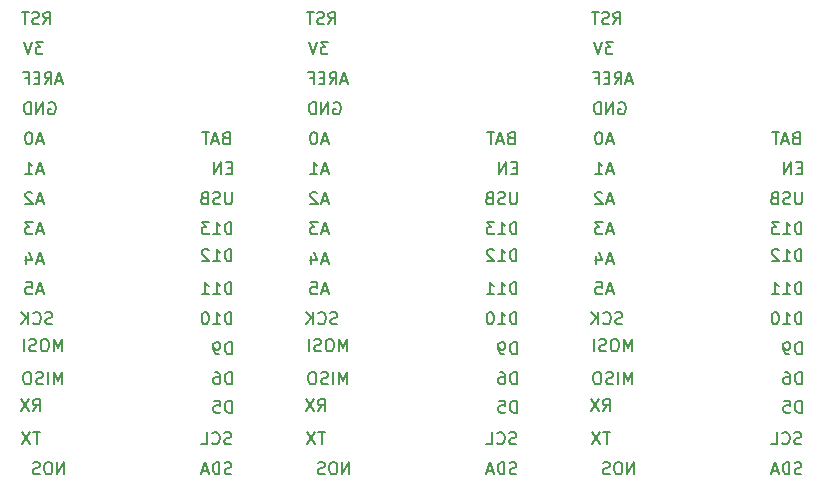
<source format=gbr>
%TF.GenerationSoftware,KiCad,Pcbnew,7.0.10-7.0.10~ubuntu22.04.1*%
%TF.CreationDate,2024-08-19T10:48:18-07:00*%
%TF.ProjectId,iorodeo_feather_tripler_enc1,696f726f-6465-46f5-9f66-656174686572,rev?*%
%TF.SameCoordinates,Original*%
%TF.FileFunction,Legend,Bot*%
%TF.FilePolarity,Positive*%
%FSLAX46Y46*%
G04 Gerber Fmt 4.6, Leading zero omitted, Abs format (unit mm)*
G04 Created by KiCad (PCBNEW 7.0.10-7.0.10~ubuntu22.04.1) date 2024-08-19 10:48:18*
%MOMM*%
%LPD*%
G01*
G04 APERTURE LIST*
%ADD10C,0.203200*%
G04 APERTURE END LIST*
D10*
X88482714Y-79986853D02*
X88482714Y-78970853D01*
X88482714Y-78970853D02*
X88240809Y-78970853D01*
X88240809Y-78970853D02*
X88095666Y-79019234D01*
X88095666Y-79019234D02*
X87998904Y-79115996D01*
X87998904Y-79115996D02*
X87950523Y-79212758D01*
X87950523Y-79212758D02*
X87902142Y-79406282D01*
X87902142Y-79406282D02*
X87902142Y-79551425D01*
X87902142Y-79551425D02*
X87950523Y-79744949D01*
X87950523Y-79744949D02*
X87998904Y-79841711D01*
X87998904Y-79841711D02*
X88095666Y-79938473D01*
X88095666Y-79938473D02*
X88240809Y-79986853D01*
X88240809Y-79986853D02*
X88482714Y-79986853D01*
X86934523Y-79986853D02*
X87515095Y-79986853D01*
X87224809Y-79986853D02*
X87224809Y-78970853D01*
X87224809Y-78970853D02*
X87321571Y-79115996D01*
X87321571Y-79115996D02*
X87418333Y-79212758D01*
X87418333Y-79212758D02*
X87515095Y-79261139D01*
X86595857Y-78970853D02*
X85966904Y-78970853D01*
X85966904Y-78970853D02*
X86305571Y-79357901D01*
X86305571Y-79357901D02*
X86160428Y-79357901D01*
X86160428Y-79357901D02*
X86063666Y-79406282D01*
X86063666Y-79406282D02*
X86015285Y-79454663D01*
X86015285Y-79454663D02*
X85966904Y-79551425D01*
X85966904Y-79551425D02*
X85966904Y-79793330D01*
X85966904Y-79793330D02*
X86015285Y-79890092D01*
X86015285Y-79890092D02*
X86063666Y-79938473D01*
X86063666Y-79938473D02*
X86160428Y-79986853D01*
X86160428Y-79986853D02*
X86450714Y-79986853D01*
X86450714Y-79986853D02*
X86547476Y-79938473D01*
X86547476Y-79938473D02*
X86595857Y-79890092D01*
X87998904Y-71834663D02*
X87853761Y-71883044D01*
X87853761Y-71883044D02*
X87805380Y-71931425D01*
X87805380Y-71931425D02*
X87756999Y-72028187D01*
X87756999Y-72028187D02*
X87756999Y-72173330D01*
X87756999Y-72173330D02*
X87805380Y-72270092D01*
X87805380Y-72270092D02*
X87853761Y-72318473D01*
X87853761Y-72318473D02*
X87950523Y-72366853D01*
X87950523Y-72366853D02*
X88337571Y-72366853D01*
X88337571Y-72366853D02*
X88337571Y-71350853D01*
X88337571Y-71350853D02*
X87998904Y-71350853D01*
X87998904Y-71350853D02*
X87902142Y-71399234D01*
X87902142Y-71399234D02*
X87853761Y-71447615D01*
X87853761Y-71447615D02*
X87805380Y-71544377D01*
X87805380Y-71544377D02*
X87805380Y-71641139D01*
X87805380Y-71641139D02*
X87853761Y-71737901D01*
X87853761Y-71737901D02*
X87902142Y-71786282D01*
X87902142Y-71786282D02*
X87998904Y-71834663D01*
X87998904Y-71834663D02*
X88337571Y-71834663D01*
X87369952Y-72076568D02*
X86886142Y-72076568D01*
X87466714Y-72366853D02*
X87128047Y-71350853D01*
X87128047Y-71350853D02*
X86789380Y-72366853D01*
X86595857Y-71350853D02*
X86015285Y-71350853D01*
X86305571Y-72366853D02*
X86305571Y-71350853D01*
X72480714Y-72076568D02*
X71996904Y-72076568D01*
X72577476Y-72366853D02*
X72238809Y-71350853D01*
X72238809Y-71350853D02*
X71900142Y-72366853D01*
X71367952Y-71350853D02*
X71271190Y-71350853D01*
X71271190Y-71350853D02*
X71174428Y-71399234D01*
X71174428Y-71399234D02*
X71126047Y-71447615D01*
X71126047Y-71447615D02*
X71077666Y-71544377D01*
X71077666Y-71544377D02*
X71029285Y-71737901D01*
X71029285Y-71737901D02*
X71029285Y-71979806D01*
X71029285Y-71979806D02*
X71077666Y-72173330D01*
X71077666Y-72173330D02*
X71126047Y-72270092D01*
X71126047Y-72270092D02*
X71174428Y-72318473D01*
X71174428Y-72318473D02*
X71271190Y-72366853D01*
X71271190Y-72366853D02*
X71367952Y-72366853D01*
X71367952Y-72366853D02*
X71464714Y-72318473D01*
X71464714Y-72318473D02*
X71513095Y-72270092D01*
X71513095Y-72270092D02*
X71561476Y-72173330D01*
X71561476Y-72173330D02*
X71609857Y-71979806D01*
X71609857Y-71979806D02*
X71609857Y-71737901D01*
X71609857Y-71737901D02*
X71561476Y-71544377D01*
X71561476Y-71544377D02*
X71513095Y-71447615D01*
X71513095Y-71447615D02*
X71464714Y-71399234D01*
X71464714Y-71399234D02*
X71367952Y-71350853D01*
X72275095Y-96750853D02*
X71694523Y-96750853D01*
X71984809Y-97766853D02*
X71984809Y-96750853D01*
X71452619Y-96750853D02*
X70775285Y-97766853D01*
X70775285Y-96750853D02*
X71452619Y-97766853D01*
X88506904Y-74374663D02*
X88168237Y-74374663D01*
X88023094Y-74906853D02*
X88506904Y-74906853D01*
X88506904Y-74906853D02*
X88506904Y-73890853D01*
X88506904Y-73890853D02*
X88023094Y-73890853D01*
X87587666Y-74906853D02*
X87587666Y-73890853D01*
X87587666Y-73890853D02*
X87007094Y-74906853D01*
X87007094Y-74906853D02*
X87007094Y-73890853D01*
X88482714Y-82272853D02*
X88482714Y-81256853D01*
X88482714Y-81256853D02*
X88240809Y-81256853D01*
X88240809Y-81256853D02*
X88095666Y-81305234D01*
X88095666Y-81305234D02*
X87998904Y-81401996D01*
X87998904Y-81401996D02*
X87950523Y-81498758D01*
X87950523Y-81498758D02*
X87902142Y-81692282D01*
X87902142Y-81692282D02*
X87902142Y-81837425D01*
X87902142Y-81837425D02*
X87950523Y-82030949D01*
X87950523Y-82030949D02*
X87998904Y-82127711D01*
X87998904Y-82127711D02*
X88095666Y-82224473D01*
X88095666Y-82224473D02*
X88240809Y-82272853D01*
X88240809Y-82272853D02*
X88482714Y-82272853D01*
X86934523Y-82272853D02*
X87515095Y-82272853D01*
X87224809Y-82272853D02*
X87224809Y-81256853D01*
X87224809Y-81256853D02*
X87321571Y-81401996D01*
X87321571Y-81401996D02*
X87418333Y-81498758D01*
X87418333Y-81498758D02*
X87515095Y-81547139D01*
X86547476Y-81353615D02*
X86499095Y-81305234D01*
X86499095Y-81305234D02*
X86402333Y-81256853D01*
X86402333Y-81256853D02*
X86160428Y-81256853D01*
X86160428Y-81256853D02*
X86063666Y-81305234D01*
X86063666Y-81305234D02*
X86015285Y-81353615D01*
X86015285Y-81353615D02*
X85966904Y-81450377D01*
X85966904Y-81450377D02*
X85966904Y-81547139D01*
X85966904Y-81547139D02*
X86015285Y-81692282D01*
X86015285Y-81692282D02*
X86595857Y-82272853D01*
X86595857Y-82272853D02*
X85966904Y-82272853D01*
X73315285Y-87558473D02*
X73170142Y-87606853D01*
X73170142Y-87606853D02*
X72928237Y-87606853D01*
X72928237Y-87606853D02*
X72831475Y-87558473D01*
X72831475Y-87558473D02*
X72783094Y-87510092D01*
X72783094Y-87510092D02*
X72734713Y-87413330D01*
X72734713Y-87413330D02*
X72734713Y-87316568D01*
X72734713Y-87316568D02*
X72783094Y-87219806D01*
X72783094Y-87219806D02*
X72831475Y-87171425D01*
X72831475Y-87171425D02*
X72928237Y-87123044D01*
X72928237Y-87123044D02*
X73121761Y-87074663D01*
X73121761Y-87074663D02*
X73218523Y-87026282D01*
X73218523Y-87026282D02*
X73266904Y-86977901D01*
X73266904Y-86977901D02*
X73315285Y-86881139D01*
X73315285Y-86881139D02*
X73315285Y-86784377D01*
X73315285Y-86784377D02*
X73266904Y-86687615D01*
X73266904Y-86687615D02*
X73218523Y-86639234D01*
X73218523Y-86639234D02*
X73121761Y-86590853D01*
X73121761Y-86590853D02*
X72879856Y-86590853D01*
X72879856Y-86590853D02*
X72734713Y-86639234D01*
X71718713Y-87510092D02*
X71767094Y-87558473D01*
X71767094Y-87558473D02*
X71912237Y-87606853D01*
X71912237Y-87606853D02*
X72008999Y-87606853D01*
X72008999Y-87606853D02*
X72154142Y-87558473D01*
X72154142Y-87558473D02*
X72250904Y-87461711D01*
X72250904Y-87461711D02*
X72299285Y-87364949D01*
X72299285Y-87364949D02*
X72347666Y-87171425D01*
X72347666Y-87171425D02*
X72347666Y-87026282D01*
X72347666Y-87026282D02*
X72299285Y-86832758D01*
X72299285Y-86832758D02*
X72250904Y-86735996D01*
X72250904Y-86735996D02*
X72154142Y-86639234D01*
X72154142Y-86639234D02*
X72008999Y-86590853D01*
X72008999Y-86590853D02*
X71912237Y-86590853D01*
X71912237Y-86590853D02*
X71767094Y-86639234D01*
X71767094Y-86639234D02*
X71718713Y-86687615D01*
X71283285Y-87606853D02*
X71283285Y-86590853D01*
X70702713Y-87606853D02*
X71138142Y-87026282D01*
X70702713Y-86590853D02*
X71283285Y-87171425D01*
X88482714Y-100258473D02*
X88337571Y-100306853D01*
X88337571Y-100306853D02*
X88095666Y-100306853D01*
X88095666Y-100306853D02*
X87998904Y-100258473D01*
X87998904Y-100258473D02*
X87950523Y-100210092D01*
X87950523Y-100210092D02*
X87902142Y-100113330D01*
X87902142Y-100113330D02*
X87902142Y-100016568D01*
X87902142Y-100016568D02*
X87950523Y-99919806D01*
X87950523Y-99919806D02*
X87998904Y-99871425D01*
X87998904Y-99871425D02*
X88095666Y-99823044D01*
X88095666Y-99823044D02*
X88289190Y-99774663D01*
X88289190Y-99774663D02*
X88385952Y-99726282D01*
X88385952Y-99726282D02*
X88434333Y-99677901D01*
X88434333Y-99677901D02*
X88482714Y-99581139D01*
X88482714Y-99581139D02*
X88482714Y-99484377D01*
X88482714Y-99484377D02*
X88434333Y-99387615D01*
X88434333Y-99387615D02*
X88385952Y-99339234D01*
X88385952Y-99339234D02*
X88289190Y-99290853D01*
X88289190Y-99290853D02*
X88047285Y-99290853D01*
X88047285Y-99290853D02*
X87902142Y-99339234D01*
X87466714Y-100306853D02*
X87466714Y-99290853D01*
X87466714Y-99290853D02*
X87224809Y-99290853D01*
X87224809Y-99290853D02*
X87079666Y-99339234D01*
X87079666Y-99339234D02*
X86982904Y-99435996D01*
X86982904Y-99435996D02*
X86934523Y-99532758D01*
X86934523Y-99532758D02*
X86886142Y-99726282D01*
X86886142Y-99726282D02*
X86886142Y-99871425D01*
X86886142Y-99871425D02*
X86934523Y-100064949D01*
X86934523Y-100064949D02*
X86982904Y-100161711D01*
X86982904Y-100161711D02*
X87079666Y-100258473D01*
X87079666Y-100258473D02*
X87224809Y-100306853D01*
X87224809Y-100306853D02*
X87466714Y-100306853D01*
X86499095Y-100016568D02*
X86015285Y-100016568D01*
X86595857Y-100306853D02*
X86257190Y-99290853D01*
X86257190Y-99290853D02*
X85918523Y-100306853D01*
X88482714Y-85066853D02*
X88482714Y-84050853D01*
X88482714Y-84050853D02*
X88240809Y-84050853D01*
X88240809Y-84050853D02*
X88095666Y-84099234D01*
X88095666Y-84099234D02*
X87998904Y-84195996D01*
X87998904Y-84195996D02*
X87950523Y-84292758D01*
X87950523Y-84292758D02*
X87902142Y-84486282D01*
X87902142Y-84486282D02*
X87902142Y-84631425D01*
X87902142Y-84631425D02*
X87950523Y-84824949D01*
X87950523Y-84824949D02*
X87998904Y-84921711D01*
X87998904Y-84921711D02*
X88095666Y-85018473D01*
X88095666Y-85018473D02*
X88240809Y-85066853D01*
X88240809Y-85066853D02*
X88482714Y-85066853D01*
X86934523Y-85066853D02*
X87515095Y-85066853D01*
X87224809Y-85066853D02*
X87224809Y-84050853D01*
X87224809Y-84050853D02*
X87321571Y-84195996D01*
X87321571Y-84195996D02*
X87418333Y-84292758D01*
X87418333Y-84292758D02*
X87515095Y-84341139D01*
X85966904Y-85066853D02*
X86547476Y-85066853D01*
X86257190Y-85066853D02*
X86257190Y-84050853D01*
X86257190Y-84050853D02*
X86353952Y-84195996D01*
X86353952Y-84195996D02*
X86450714Y-84292758D01*
X86450714Y-84292758D02*
X86547476Y-84341139D01*
X72565380Y-62206853D02*
X72904047Y-61723044D01*
X73145952Y-62206853D02*
X73145952Y-61190853D01*
X73145952Y-61190853D02*
X72758904Y-61190853D01*
X72758904Y-61190853D02*
X72662142Y-61239234D01*
X72662142Y-61239234D02*
X72613761Y-61287615D01*
X72613761Y-61287615D02*
X72565380Y-61384377D01*
X72565380Y-61384377D02*
X72565380Y-61529520D01*
X72565380Y-61529520D02*
X72613761Y-61626282D01*
X72613761Y-61626282D02*
X72662142Y-61674663D01*
X72662142Y-61674663D02*
X72758904Y-61723044D01*
X72758904Y-61723044D02*
X73145952Y-61723044D01*
X72178333Y-62158473D02*
X72033190Y-62206853D01*
X72033190Y-62206853D02*
X71791285Y-62206853D01*
X71791285Y-62206853D02*
X71694523Y-62158473D01*
X71694523Y-62158473D02*
X71646142Y-62110092D01*
X71646142Y-62110092D02*
X71597761Y-62013330D01*
X71597761Y-62013330D02*
X71597761Y-61916568D01*
X71597761Y-61916568D02*
X71646142Y-61819806D01*
X71646142Y-61819806D02*
X71694523Y-61771425D01*
X71694523Y-61771425D02*
X71791285Y-61723044D01*
X71791285Y-61723044D02*
X71984809Y-61674663D01*
X71984809Y-61674663D02*
X72081571Y-61626282D01*
X72081571Y-61626282D02*
X72129952Y-61577901D01*
X72129952Y-61577901D02*
X72178333Y-61481139D01*
X72178333Y-61481139D02*
X72178333Y-61384377D01*
X72178333Y-61384377D02*
X72129952Y-61287615D01*
X72129952Y-61287615D02*
X72081571Y-61239234D01*
X72081571Y-61239234D02*
X71984809Y-61190853D01*
X71984809Y-61190853D02*
X71742904Y-61190853D01*
X71742904Y-61190853D02*
X71597761Y-61239234D01*
X71307476Y-61190853D02*
X70726904Y-61190853D01*
X71017190Y-62206853D02*
X71017190Y-61190853D01*
X72480714Y-84776568D02*
X71996904Y-84776568D01*
X72577476Y-85066853D02*
X72238809Y-84050853D01*
X72238809Y-84050853D02*
X71900142Y-85066853D01*
X71077666Y-84050853D02*
X71561476Y-84050853D01*
X71561476Y-84050853D02*
X71609857Y-84534663D01*
X71609857Y-84534663D02*
X71561476Y-84486282D01*
X71561476Y-84486282D02*
X71464714Y-84437901D01*
X71464714Y-84437901D02*
X71222809Y-84437901D01*
X71222809Y-84437901D02*
X71126047Y-84486282D01*
X71126047Y-84486282D02*
X71077666Y-84534663D01*
X71077666Y-84534663D02*
X71029285Y-84631425D01*
X71029285Y-84631425D02*
X71029285Y-84873330D01*
X71029285Y-84873330D02*
X71077666Y-84970092D01*
X71077666Y-84970092D02*
X71126047Y-85018473D01*
X71126047Y-85018473D02*
X71222809Y-85066853D01*
X71222809Y-85066853D02*
X71464714Y-85066853D01*
X71464714Y-85066853D02*
X71561476Y-85018473D01*
X71561476Y-85018473D02*
X71609857Y-84970092D01*
X74113571Y-89892853D02*
X74113571Y-88876853D01*
X74113571Y-88876853D02*
X73774904Y-89602568D01*
X73774904Y-89602568D02*
X73436237Y-88876853D01*
X73436237Y-88876853D02*
X73436237Y-89892853D01*
X72758904Y-88876853D02*
X72565380Y-88876853D01*
X72565380Y-88876853D02*
X72468618Y-88925234D01*
X72468618Y-88925234D02*
X72371856Y-89021996D01*
X72371856Y-89021996D02*
X72323475Y-89215520D01*
X72323475Y-89215520D02*
X72323475Y-89554187D01*
X72323475Y-89554187D02*
X72371856Y-89747711D01*
X72371856Y-89747711D02*
X72468618Y-89844473D01*
X72468618Y-89844473D02*
X72565380Y-89892853D01*
X72565380Y-89892853D02*
X72758904Y-89892853D01*
X72758904Y-89892853D02*
X72855666Y-89844473D01*
X72855666Y-89844473D02*
X72952428Y-89747711D01*
X72952428Y-89747711D02*
X73000809Y-89554187D01*
X73000809Y-89554187D02*
X73000809Y-89215520D01*
X73000809Y-89215520D02*
X72952428Y-89021996D01*
X72952428Y-89021996D02*
X72855666Y-88925234D01*
X72855666Y-88925234D02*
X72758904Y-88876853D01*
X71936428Y-89844473D02*
X71791285Y-89892853D01*
X71791285Y-89892853D02*
X71549380Y-89892853D01*
X71549380Y-89892853D02*
X71452618Y-89844473D01*
X71452618Y-89844473D02*
X71404237Y-89796092D01*
X71404237Y-89796092D02*
X71355856Y-89699330D01*
X71355856Y-89699330D02*
X71355856Y-89602568D01*
X71355856Y-89602568D02*
X71404237Y-89505806D01*
X71404237Y-89505806D02*
X71452618Y-89457425D01*
X71452618Y-89457425D02*
X71549380Y-89409044D01*
X71549380Y-89409044D02*
X71742904Y-89360663D01*
X71742904Y-89360663D02*
X71839666Y-89312282D01*
X71839666Y-89312282D02*
X71888047Y-89263901D01*
X71888047Y-89263901D02*
X71936428Y-89167139D01*
X71936428Y-89167139D02*
X71936428Y-89070377D01*
X71936428Y-89070377D02*
X71888047Y-88973615D01*
X71888047Y-88973615D02*
X71839666Y-88925234D01*
X71839666Y-88925234D02*
X71742904Y-88876853D01*
X71742904Y-88876853D02*
X71500999Y-88876853D01*
X71500999Y-88876853D02*
X71355856Y-88925234D01*
X70920428Y-89892853D02*
X70920428Y-88876853D01*
X88506904Y-90146853D02*
X88506904Y-89130853D01*
X88506904Y-89130853D02*
X88264999Y-89130853D01*
X88264999Y-89130853D02*
X88119856Y-89179234D01*
X88119856Y-89179234D02*
X88023094Y-89275996D01*
X88023094Y-89275996D02*
X87974713Y-89372758D01*
X87974713Y-89372758D02*
X87926332Y-89566282D01*
X87926332Y-89566282D02*
X87926332Y-89711425D01*
X87926332Y-89711425D02*
X87974713Y-89904949D01*
X87974713Y-89904949D02*
X88023094Y-90001711D01*
X88023094Y-90001711D02*
X88119856Y-90098473D01*
X88119856Y-90098473D02*
X88264999Y-90146853D01*
X88264999Y-90146853D02*
X88506904Y-90146853D01*
X87442523Y-90146853D02*
X87248999Y-90146853D01*
X87248999Y-90146853D02*
X87152237Y-90098473D01*
X87152237Y-90098473D02*
X87103856Y-90050092D01*
X87103856Y-90050092D02*
X87007094Y-89904949D01*
X87007094Y-89904949D02*
X86958713Y-89711425D01*
X86958713Y-89711425D02*
X86958713Y-89324377D01*
X86958713Y-89324377D02*
X87007094Y-89227615D01*
X87007094Y-89227615D02*
X87055475Y-89179234D01*
X87055475Y-89179234D02*
X87152237Y-89130853D01*
X87152237Y-89130853D02*
X87345761Y-89130853D01*
X87345761Y-89130853D02*
X87442523Y-89179234D01*
X87442523Y-89179234D02*
X87490904Y-89227615D01*
X87490904Y-89227615D02*
X87539285Y-89324377D01*
X87539285Y-89324377D02*
X87539285Y-89566282D01*
X87539285Y-89566282D02*
X87490904Y-89663044D01*
X87490904Y-89663044D02*
X87442523Y-89711425D01*
X87442523Y-89711425D02*
X87345761Y-89759806D01*
X87345761Y-89759806D02*
X87152237Y-89759806D01*
X87152237Y-89759806D02*
X87055475Y-89711425D01*
X87055475Y-89711425D02*
X87007094Y-89663044D01*
X87007094Y-89663044D02*
X86958713Y-89566282D01*
X88458523Y-97718473D02*
X88313380Y-97766853D01*
X88313380Y-97766853D02*
X88071475Y-97766853D01*
X88071475Y-97766853D02*
X87974713Y-97718473D01*
X87974713Y-97718473D02*
X87926332Y-97670092D01*
X87926332Y-97670092D02*
X87877951Y-97573330D01*
X87877951Y-97573330D02*
X87877951Y-97476568D01*
X87877951Y-97476568D02*
X87926332Y-97379806D01*
X87926332Y-97379806D02*
X87974713Y-97331425D01*
X87974713Y-97331425D02*
X88071475Y-97283044D01*
X88071475Y-97283044D02*
X88264999Y-97234663D01*
X88264999Y-97234663D02*
X88361761Y-97186282D01*
X88361761Y-97186282D02*
X88410142Y-97137901D01*
X88410142Y-97137901D02*
X88458523Y-97041139D01*
X88458523Y-97041139D02*
X88458523Y-96944377D01*
X88458523Y-96944377D02*
X88410142Y-96847615D01*
X88410142Y-96847615D02*
X88361761Y-96799234D01*
X88361761Y-96799234D02*
X88264999Y-96750853D01*
X88264999Y-96750853D02*
X88023094Y-96750853D01*
X88023094Y-96750853D02*
X87877951Y-96799234D01*
X86861951Y-97670092D02*
X86910332Y-97718473D01*
X86910332Y-97718473D02*
X87055475Y-97766853D01*
X87055475Y-97766853D02*
X87152237Y-97766853D01*
X87152237Y-97766853D02*
X87297380Y-97718473D01*
X87297380Y-97718473D02*
X87394142Y-97621711D01*
X87394142Y-97621711D02*
X87442523Y-97524949D01*
X87442523Y-97524949D02*
X87490904Y-97331425D01*
X87490904Y-97331425D02*
X87490904Y-97186282D01*
X87490904Y-97186282D02*
X87442523Y-96992758D01*
X87442523Y-96992758D02*
X87394142Y-96895996D01*
X87394142Y-96895996D02*
X87297380Y-96799234D01*
X87297380Y-96799234D02*
X87152237Y-96750853D01*
X87152237Y-96750853D02*
X87055475Y-96750853D01*
X87055475Y-96750853D02*
X86910332Y-96799234D01*
X86910332Y-96799234D02*
X86861951Y-96847615D01*
X85942713Y-97766853D02*
X86426523Y-97766853D01*
X86426523Y-97766853D02*
X86426523Y-96750853D01*
X74113571Y-92686853D02*
X74113571Y-91670853D01*
X74113571Y-91670853D02*
X73774904Y-92396568D01*
X73774904Y-92396568D02*
X73436237Y-91670853D01*
X73436237Y-91670853D02*
X73436237Y-92686853D01*
X72952428Y-92686853D02*
X72952428Y-91670853D01*
X72516999Y-92638473D02*
X72371856Y-92686853D01*
X72371856Y-92686853D02*
X72129951Y-92686853D01*
X72129951Y-92686853D02*
X72033189Y-92638473D01*
X72033189Y-92638473D02*
X71984808Y-92590092D01*
X71984808Y-92590092D02*
X71936427Y-92493330D01*
X71936427Y-92493330D02*
X71936427Y-92396568D01*
X71936427Y-92396568D02*
X71984808Y-92299806D01*
X71984808Y-92299806D02*
X72033189Y-92251425D01*
X72033189Y-92251425D02*
X72129951Y-92203044D01*
X72129951Y-92203044D02*
X72323475Y-92154663D01*
X72323475Y-92154663D02*
X72420237Y-92106282D01*
X72420237Y-92106282D02*
X72468618Y-92057901D01*
X72468618Y-92057901D02*
X72516999Y-91961139D01*
X72516999Y-91961139D02*
X72516999Y-91864377D01*
X72516999Y-91864377D02*
X72468618Y-91767615D01*
X72468618Y-91767615D02*
X72420237Y-91719234D01*
X72420237Y-91719234D02*
X72323475Y-91670853D01*
X72323475Y-91670853D02*
X72081570Y-91670853D01*
X72081570Y-91670853D02*
X71936427Y-91719234D01*
X71307475Y-91670853D02*
X71113951Y-91670853D01*
X71113951Y-91670853D02*
X71017189Y-91719234D01*
X71017189Y-91719234D02*
X70920427Y-91815996D01*
X70920427Y-91815996D02*
X70872046Y-92009520D01*
X70872046Y-92009520D02*
X70872046Y-92348187D01*
X70872046Y-92348187D02*
X70920427Y-92541711D01*
X70920427Y-92541711D02*
X71017189Y-92638473D01*
X71017189Y-92638473D02*
X71113951Y-92686853D01*
X71113951Y-92686853D02*
X71307475Y-92686853D01*
X71307475Y-92686853D02*
X71404237Y-92638473D01*
X71404237Y-92638473D02*
X71500999Y-92541711D01*
X71500999Y-92541711D02*
X71549380Y-92348187D01*
X71549380Y-92348187D02*
X71549380Y-92009520D01*
X71549380Y-92009520D02*
X71500999Y-91815996D01*
X71500999Y-91815996D02*
X71404237Y-91719234D01*
X71404237Y-91719234D02*
X71307475Y-91670853D01*
X88506904Y-95099853D02*
X88506904Y-94083853D01*
X88506904Y-94083853D02*
X88264999Y-94083853D01*
X88264999Y-94083853D02*
X88119856Y-94132234D01*
X88119856Y-94132234D02*
X88023094Y-94228996D01*
X88023094Y-94228996D02*
X87974713Y-94325758D01*
X87974713Y-94325758D02*
X87926332Y-94519282D01*
X87926332Y-94519282D02*
X87926332Y-94664425D01*
X87926332Y-94664425D02*
X87974713Y-94857949D01*
X87974713Y-94857949D02*
X88023094Y-94954711D01*
X88023094Y-94954711D02*
X88119856Y-95051473D01*
X88119856Y-95051473D02*
X88264999Y-95099853D01*
X88264999Y-95099853D02*
X88506904Y-95099853D01*
X87007094Y-94083853D02*
X87490904Y-94083853D01*
X87490904Y-94083853D02*
X87539285Y-94567663D01*
X87539285Y-94567663D02*
X87490904Y-94519282D01*
X87490904Y-94519282D02*
X87394142Y-94470901D01*
X87394142Y-94470901D02*
X87152237Y-94470901D01*
X87152237Y-94470901D02*
X87055475Y-94519282D01*
X87055475Y-94519282D02*
X87007094Y-94567663D01*
X87007094Y-94567663D02*
X86958713Y-94664425D01*
X86958713Y-94664425D02*
X86958713Y-94906330D01*
X86958713Y-94906330D02*
X87007094Y-95003092D01*
X87007094Y-95003092D02*
X87055475Y-95051473D01*
X87055475Y-95051473D02*
X87152237Y-95099853D01*
X87152237Y-95099853D02*
X87394142Y-95099853D01*
X87394142Y-95099853D02*
X87490904Y-95051473D01*
X87490904Y-95051473D02*
X87539285Y-95003092D01*
X88482714Y-87606853D02*
X88482714Y-86590853D01*
X88482714Y-86590853D02*
X88240809Y-86590853D01*
X88240809Y-86590853D02*
X88095666Y-86639234D01*
X88095666Y-86639234D02*
X87998904Y-86735996D01*
X87998904Y-86735996D02*
X87950523Y-86832758D01*
X87950523Y-86832758D02*
X87902142Y-87026282D01*
X87902142Y-87026282D02*
X87902142Y-87171425D01*
X87902142Y-87171425D02*
X87950523Y-87364949D01*
X87950523Y-87364949D02*
X87998904Y-87461711D01*
X87998904Y-87461711D02*
X88095666Y-87558473D01*
X88095666Y-87558473D02*
X88240809Y-87606853D01*
X88240809Y-87606853D02*
X88482714Y-87606853D01*
X86934523Y-87606853D02*
X87515095Y-87606853D01*
X87224809Y-87606853D02*
X87224809Y-86590853D01*
X87224809Y-86590853D02*
X87321571Y-86735996D01*
X87321571Y-86735996D02*
X87418333Y-86832758D01*
X87418333Y-86832758D02*
X87515095Y-86881139D01*
X86305571Y-86590853D02*
X86208809Y-86590853D01*
X86208809Y-86590853D02*
X86112047Y-86639234D01*
X86112047Y-86639234D02*
X86063666Y-86687615D01*
X86063666Y-86687615D02*
X86015285Y-86784377D01*
X86015285Y-86784377D02*
X85966904Y-86977901D01*
X85966904Y-86977901D02*
X85966904Y-87219806D01*
X85966904Y-87219806D02*
X86015285Y-87413330D01*
X86015285Y-87413330D02*
X86063666Y-87510092D01*
X86063666Y-87510092D02*
X86112047Y-87558473D01*
X86112047Y-87558473D02*
X86208809Y-87606853D01*
X86208809Y-87606853D02*
X86305571Y-87606853D01*
X86305571Y-87606853D02*
X86402333Y-87558473D01*
X86402333Y-87558473D02*
X86450714Y-87510092D01*
X86450714Y-87510092D02*
X86499095Y-87413330D01*
X86499095Y-87413330D02*
X86547476Y-87219806D01*
X86547476Y-87219806D02*
X86547476Y-86977901D01*
X86547476Y-86977901D02*
X86499095Y-86784377D01*
X86499095Y-86784377D02*
X86450714Y-86687615D01*
X86450714Y-86687615D02*
X86402333Y-86639234D01*
X86402333Y-86639234D02*
X86305571Y-86590853D01*
X72480714Y-77156568D02*
X71996904Y-77156568D01*
X72577476Y-77446853D02*
X72238809Y-76430853D01*
X72238809Y-76430853D02*
X71900142Y-77446853D01*
X71609857Y-76527615D02*
X71561476Y-76479234D01*
X71561476Y-76479234D02*
X71464714Y-76430853D01*
X71464714Y-76430853D02*
X71222809Y-76430853D01*
X71222809Y-76430853D02*
X71126047Y-76479234D01*
X71126047Y-76479234D02*
X71077666Y-76527615D01*
X71077666Y-76527615D02*
X71029285Y-76624377D01*
X71029285Y-76624377D02*
X71029285Y-76721139D01*
X71029285Y-76721139D02*
X71077666Y-76866282D01*
X71077666Y-76866282D02*
X71658238Y-77446853D01*
X71658238Y-77446853D02*
X71029285Y-77446853D01*
X72529095Y-63730853D02*
X71900142Y-63730853D01*
X71900142Y-63730853D02*
X72238809Y-64117901D01*
X72238809Y-64117901D02*
X72093666Y-64117901D01*
X72093666Y-64117901D02*
X71996904Y-64166282D01*
X71996904Y-64166282D02*
X71948523Y-64214663D01*
X71948523Y-64214663D02*
X71900142Y-64311425D01*
X71900142Y-64311425D02*
X71900142Y-64553330D01*
X71900142Y-64553330D02*
X71948523Y-64650092D01*
X71948523Y-64650092D02*
X71996904Y-64698473D01*
X71996904Y-64698473D02*
X72093666Y-64746853D01*
X72093666Y-64746853D02*
X72383952Y-64746853D01*
X72383952Y-64746853D02*
X72480714Y-64698473D01*
X72480714Y-64698473D02*
X72529095Y-64650092D01*
X71609857Y-63730853D02*
X71271190Y-64746853D01*
X71271190Y-64746853D02*
X70932523Y-63730853D01*
X74161952Y-66996568D02*
X73678142Y-66996568D01*
X74258714Y-67286853D02*
X73920047Y-66270853D01*
X73920047Y-66270853D02*
X73581380Y-67286853D01*
X72662142Y-67286853D02*
X73000809Y-66803044D01*
X73242714Y-67286853D02*
X73242714Y-66270853D01*
X73242714Y-66270853D02*
X72855666Y-66270853D01*
X72855666Y-66270853D02*
X72758904Y-66319234D01*
X72758904Y-66319234D02*
X72710523Y-66367615D01*
X72710523Y-66367615D02*
X72662142Y-66464377D01*
X72662142Y-66464377D02*
X72662142Y-66609520D01*
X72662142Y-66609520D02*
X72710523Y-66706282D01*
X72710523Y-66706282D02*
X72758904Y-66754663D01*
X72758904Y-66754663D02*
X72855666Y-66803044D01*
X72855666Y-66803044D02*
X73242714Y-66803044D01*
X72226714Y-66754663D02*
X71888047Y-66754663D01*
X71742904Y-67286853D02*
X72226714Y-67286853D01*
X72226714Y-67286853D02*
X72226714Y-66270853D01*
X72226714Y-66270853D02*
X71742904Y-66270853D01*
X70968809Y-66754663D02*
X71307476Y-66754663D01*
X71307476Y-67286853D02*
X71307476Y-66270853D01*
X71307476Y-66270853D02*
X70823666Y-66270853D01*
X73037094Y-68859234D02*
X73133856Y-68810853D01*
X73133856Y-68810853D02*
X73278999Y-68810853D01*
X73278999Y-68810853D02*
X73424142Y-68859234D01*
X73424142Y-68859234D02*
X73520904Y-68955996D01*
X73520904Y-68955996D02*
X73569285Y-69052758D01*
X73569285Y-69052758D02*
X73617666Y-69246282D01*
X73617666Y-69246282D02*
X73617666Y-69391425D01*
X73617666Y-69391425D02*
X73569285Y-69584949D01*
X73569285Y-69584949D02*
X73520904Y-69681711D01*
X73520904Y-69681711D02*
X73424142Y-69778473D01*
X73424142Y-69778473D02*
X73278999Y-69826853D01*
X73278999Y-69826853D02*
X73182237Y-69826853D01*
X73182237Y-69826853D02*
X73037094Y-69778473D01*
X73037094Y-69778473D02*
X72988713Y-69730092D01*
X72988713Y-69730092D02*
X72988713Y-69391425D01*
X72988713Y-69391425D02*
X73182237Y-69391425D01*
X72553285Y-69826853D02*
X72553285Y-68810853D01*
X72553285Y-68810853D02*
X71972713Y-69826853D01*
X71972713Y-69826853D02*
X71972713Y-68810853D01*
X71488904Y-69826853D02*
X71488904Y-68810853D01*
X71488904Y-68810853D02*
X71246999Y-68810853D01*
X71246999Y-68810853D02*
X71101856Y-68859234D01*
X71101856Y-68859234D02*
X71005094Y-68955996D01*
X71005094Y-68955996D02*
X70956713Y-69052758D01*
X70956713Y-69052758D02*
X70908332Y-69246282D01*
X70908332Y-69246282D02*
X70908332Y-69391425D01*
X70908332Y-69391425D02*
X70956713Y-69584949D01*
X70956713Y-69584949D02*
X71005094Y-69681711D01*
X71005094Y-69681711D02*
X71101856Y-69778473D01*
X71101856Y-69778473D02*
X71246999Y-69826853D01*
X71246999Y-69826853D02*
X71488904Y-69826853D01*
X72480714Y-74616568D02*
X71996904Y-74616568D01*
X72577476Y-74906853D02*
X72238809Y-73890853D01*
X72238809Y-73890853D02*
X71900142Y-74906853D01*
X71029285Y-74906853D02*
X71609857Y-74906853D01*
X71319571Y-74906853D02*
X71319571Y-73890853D01*
X71319571Y-73890853D02*
X71416333Y-74035996D01*
X71416333Y-74035996D02*
X71513095Y-74132758D01*
X71513095Y-74132758D02*
X71609857Y-74181139D01*
X88531095Y-76430853D02*
X88531095Y-77253330D01*
X88531095Y-77253330D02*
X88482714Y-77350092D01*
X88482714Y-77350092D02*
X88434333Y-77398473D01*
X88434333Y-77398473D02*
X88337571Y-77446853D01*
X88337571Y-77446853D02*
X88144047Y-77446853D01*
X88144047Y-77446853D02*
X88047285Y-77398473D01*
X88047285Y-77398473D02*
X87998904Y-77350092D01*
X87998904Y-77350092D02*
X87950523Y-77253330D01*
X87950523Y-77253330D02*
X87950523Y-76430853D01*
X87515095Y-77398473D02*
X87369952Y-77446853D01*
X87369952Y-77446853D02*
X87128047Y-77446853D01*
X87128047Y-77446853D02*
X87031285Y-77398473D01*
X87031285Y-77398473D02*
X86982904Y-77350092D01*
X86982904Y-77350092D02*
X86934523Y-77253330D01*
X86934523Y-77253330D02*
X86934523Y-77156568D01*
X86934523Y-77156568D02*
X86982904Y-77059806D01*
X86982904Y-77059806D02*
X87031285Y-77011425D01*
X87031285Y-77011425D02*
X87128047Y-76963044D01*
X87128047Y-76963044D02*
X87321571Y-76914663D01*
X87321571Y-76914663D02*
X87418333Y-76866282D01*
X87418333Y-76866282D02*
X87466714Y-76817901D01*
X87466714Y-76817901D02*
X87515095Y-76721139D01*
X87515095Y-76721139D02*
X87515095Y-76624377D01*
X87515095Y-76624377D02*
X87466714Y-76527615D01*
X87466714Y-76527615D02*
X87418333Y-76479234D01*
X87418333Y-76479234D02*
X87321571Y-76430853D01*
X87321571Y-76430853D02*
X87079666Y-76430853D01*
X87079666Y-76430853D02*
X86934523Y-76479234D01*
X86160428Y-76914663D02*
X86015285Y-76963044D01*
X86015285Y-76963044D02*
X85966904Y-77011425D01*
X85966904Y-77011425D02*
X85918523Y-77108187D01*
X85918523Y-77108187D02*
X85918523Y-77253330D01*
X85918523Y-77253330D02*
X85966904Y-77350092D01*
X85966904Y-77350092D02*
X86015285Y-77398473D01*
X86015285Y-77398473D02*
X86112047Y-77446853D01*
X86112047Y-77446853D02*
X86499095Y-77446853D01*
X86499095Y-77446853D02*
X86499095Y-76430853D01*
X86499095Y-76430853D02*
X86160428Y-76430853D01*
X86160428Y-76430853D02*
X86063666Y-76479234D01*
X86063666Y-76479234D02*
X86015285Y-76527615D01*
X86015285Y-76527615D02*
X85966904Y-76624377D01*
X85966904Y-76624377D02*
X85966904Y-76721139D01*
X85966904Y-76721139D02*
X86015285Y-76817901D01*
X86015285Y-76817901D02*
X86063666Y-76866282D01*
X86063666Y-76866282D02*
X86160428Y-76914663D01*
X86160428Y-76914663D02*
X86499095Y-76914663D01*
X71670332Y-94972853D02*
X72008999Y-94489044D01*
X72250904Y-94972853D02*
X72250904Y-93956853D01*
X72250904Y-93956853D02*
X71863856Y-93956853D01*
X71863856Y-93956853D02*
X71767094Y-94005234D01*
X71767094Y-94005234D02*
X71718713Y-94053615D01*
X71718713Y-94053615D02*
X71670332Y-94150377D01*
X71670332Y-94150377D02*
X71670332Y-94295520D01*
X71670332Y-94295520D02*
X71718713Y-94392282D01*
X71718713Y-94392282D02*
X71767094Y-94440663D01*
X71767094Y-94440663D02*
X71863856Y-94489044D01*
X71863856Y-94489044D02*
X72250904Y-94489044D01*
X71331666Y-93956853D02*
X70654332Y-94972853D01*
X70654332Y-93956853D02*
X71331666Y-94972853D01*
X74331285Y-100306853D02*
X74331285Y-99290853D01*
X74331285Y-99290853D02*
X73750713Y-100306853D01*
X73750713Y-100306853D02*
X73750713Y-99290853D01*
X73073380Y-99290853D02*
X72879856Y-99290853D01*
X72879856Y-99290853D02*
X72783094Y-99339234D01*
X72783094Y-99339234D02*
X72686332Y-99435996D01*
X72686332Y-99435996D02*
X72637951Y-99629520D01*
X72637951Y-99629520D02*
X72637951Y-99968187D01*
X72637951Y-99968187D02*
X72686332Y-100161711D01*
X72686332Y-100161711D02*
X72783094Y-100258473D01*
X72783094Y-100258473D02*
X72879856Y-100306853D01*
X72879856Y-100306853D02*
X73073380Y-100306853D01*
X73073380Y-100306853D02*
X73170142Y-100258473D01*
X73170142Y-100258473D02*
X73266904Y-100161711D01*
X73266904Y-100161711D02*
X73315285Y-99968187D01*
X73315285Y-99968187D02*
X73315285Y-99629520D01*
X73315285Y-99629520D02*
X73266904Y-99435996D01*
X73266904Y-99435996D02*
X73170142Y-99339234D01*
X73170142Y-99339234D02*
X73073380Y-99290853D01*
X72250904Y-100258473D02*
X72105761Y-100306853D01*
X72105761Y-100306853D02*
X71863856Y-100306853D01*
X71863856Y-100306853D02*
X71767094Y-100258473D01*
X71767094Y-100258473D02*
X71718713Y-100210092D01*
X71718713Y-100210092D02*
X71670332Y-100113330D01*
X71670332Y-100113330D02*
X71670332Y-100016568D01*
X71670332Y-100016568D02*
X71718713Y-99919806D01*
X71718713Y-99919806D02*
X71767094Y-99871425D01*
X71767094Y-99871425D02*
X71863856Y-99823044D01*
X71863856Y-99823044D02*
X72057380Y-99774663D01*
X72057380Y-99774663D02*
X72154142Y-99726282D01*
X72154142Y-99726282D02*
X72202523Y-99677901D01*
X72202523Y-99677901D02*
X72250904Y-99581139D01*
X72250904Y-99581139D02*
X72250904Y-99484377D01*
X72250904Y-99484377D02*
X72202523Y-99387615D01*
X72202523Y-99387615D02*
X72154142Y-99339234D01*
X72154142Y-99339234D02*
X72057380Y-99290853D01*
X72057380Y-99290853D02*
X71815475Y-99290853D01*
X71815475Y-99290853D02*
X71670332Y-99339234D01*
X72480714Y-82236568D02*
X71996904Y-82236568D01*
X72577476Y-82526853D02*
X72238809Y-81510853D01*
X72238809Y-81510853D02*
X71900142Y-82526853D01*
X71126047Y-81849520D02*
X71126047Y-82526853D01*
X71367952Y-81462473D02*
X71609857Y-82188187D01*
X71609857Y-82188187D02*
X70980904Y-82188187D01*
X72480714Y-79696568D02*
X71996904Y-79696568D01*
X72577476Y-79986853D02*
X72238809Y-78970853D01*
X72238809Y-78970853D02*
X71900142Y-79986853D01*
X71658238Y-78970853D02*
X71029285Y-78970853D01*
X71029285Y-78970853D02*
X71367952Y-79357901D01*
X71367952Y-79357901D02*
X71222809Y-79357901D01*
X71222809Y-79357901D02*
X71126047Y-79406282D01*
X71126047Y-79406282D02*
X71077666Y-79454663D01*
X71077666Y-79454663D02*
X71029285Y-79551425D01*
X71029285Y-79551425D02*
X71029285Y-79793330D01*
X71029285Y-79793330D02*
X71077666Y-79890092D01*
X71077666Y-79890092D02*
X71126047Y-79938473D01*
X71126047Y-79938473D02*
X71222809Y-79986853D01*
X71222809Y-79986853D02*
X71513095Y-79986853D01*
X71513095Y-79986853D02*
X71609857Y-79938473D01*
X71609857Y-79938473D02*
X71658238Y-79890092D01*
X88506904Y-92686853D02*
X88506904Y-91670853D01*
X88506904Y-91670853D02*
X88264999Y-91670853D01*
X88264999Y-91670853D02*
X88119856Y-91719234D01*
X88119856Y-91719234D02*
X88023094Y-91815996D01*
X88023094Y-91815996D02*
X87974713Y-91912758D01*
X87974713Y-91912758D02*
X87926332Y-92106282D01*
X87926332Y-92106282D02*
X87926332Y-92251425D01*
X87926332Y-92251425D02*
X87974713Y-92444949D01*
X87974713Y-92444949D02*
X88023094Y-92541711D01*
X88023094Y-92541711D02*
X88119856Y-92638473D01*
X88119856Y-92638473D02*
X88264999Y-92686853D01*
X88264999Y-92686853D02*
X88506904Y-92686853D01*
X87055475Y-91670853D02*
X87248999Y-91670853D01*
X87248999Y-91670853D02*
X87345761Y-91719234D01*
X87345761Y-91719234D02*
X87394142Y-91767615D01*
X87394142Y-91767615D02*
X87490904Y-91912758D01*
X87490904Y-91912758D02*
X87539285Y-92106282D01*
X87539285Y-92106282D02*
X87539285Y-92493330D01*
X87539285Y-92493330D02*
X87490904Y-92590092D01*
X87490904Y-92590092D02*
X87442523Y-92638473D01*
X87442523Y-92638473D02*
X87345761Y-92686853D01*
X87345761Y-92686853D02*
X87152237Y-92686853D01*
X87152237Y-92686853D02*
X87055475Y-92638473D01*
X87055475Y-92638473D02*
X87007094Y-92590092D01*
X87007094Y-92590092D02*
X86958713Y-92493330D01*
X86958713Y-92493330D02*
X86958713Y-92251425D01*
X86958713Y-92251425D02*
X87007094Y-92154663D01*
X87007094Y-92154663D02*
X87055475Y-92106282D01*
X87055475Y-92106282D02*
X87152237Y-92057901D01*
X87152237Y-92057901D02*
X87345761Y-92057901D01*
X87345761Y-92057901D02*
X87442523Y-92106282D01*
X87442523Y-92106282D02*
X87490904Y-92154663D01*
X87490904Y-92154663D02*
X87539285Y-92251425D01*
X120740714Y-74616568D02*
X120256904Y-74616568D01*
X120837476Y-74906853D02*
X120498809Y-73890853D01*
X120498809Y-73890853D02*
X120160142Y-74906853D01*
X119289285Y-74906853D02*
X119869857Y-74906853D01*
X119579571Y-74906853D02*
X119579571Y-73890853D01*
X119579571Y-73890853D02*
X119676333Y-74035996D01*
X119676333Y-74035996D02*
X119773095Y-74132758D01*
X119773095Y-74132758D02*
X119869857Y-74181139D01*
X122373571Y-89892853D02*
X122373571Y-88876853D01*
X122373571Y-88876853D02*
X122034904Y-89602568D01*
X122034904Y-89602568D02*
X121696237Y-88876853D01*
X121696237Y-88876853D02*
X121696237Y-89892853D01*
X121018904Y-88876853D02*
X120825380Y-88876853D01*
X120825380Y-88876853D02*
X120728618Y-88925234D01*
X120728618Y-88925234D02*
X120631856Y-89021996D01*
X120631856Y-89021996D02*
X120583475Y-89215520D01*
X120583475Y-89215520D02*
X120583475Y-89554187D01*
X120583475Y-89554187D02*
X120631856Y-89747711D01*
X120631856Y-89747711D02*
X120728618Y-89844473D01*
X120728618Y-89844473D02*
X120825380Y-89892853D01*
X120825380Y-89892853D02*
X121018904Y-89892853D01*
X121018904Y-89892853D02*
X121115666Y-89844473D01*
X121115666Y-89844473D02*
X121212428Y-89747711D01*
X121212428Y-89747711D02*
X121260809Y-89554187D01*
X121260809Y-89554187D02*
X121260809Y-89215520D01*
X121260809Y-89215520D02*
X121212428Y-89021996D01*
X121212428Y-89021996D02*
X121115666Y-88925234D01*
X121115666Y-88925234D02*
X121018904Y-88876853D01*
X120196428Y-89844473D02*
X120051285Y-89892853D01*
X120051285Y-89892853D02*
X119809380Y-89892853D01*
X119809380Y-89892853D02*
X119712618Y-89844473D01*
X119712618Y-89844473D02*
X119664237Y-89796092D01*
X119664237Y-89796092D02*
X119615856Y-89699330D01*
X119615856Y-89699330D02*
X119615856Y-89602568D01*
X119615856Y-89602568D02*
X119664237Y-89505806D01*
X119664237Y-89505806D02*
X119712618Y-89457425D01*
X119712618Y-89457425D02*
X119809380Y-89409044D01*
X119809380Y-89409044D02*
X120002904Y-89360663D01*
X120002904Y-89360663D02*
X120099666Y-89312282D01*
X120099666Y-89312282D02*
X120148047Y-89263901D01*
X120148047Y-89263901D02*
X120196428Y-89167139D01*
X120196428Y-89167139D02*
X120196428Y-89070377D01*
X120196428Y-89070377D02*
X120148047Y-88973615D01*
X120148047Y-88973615D02*
X120099666Y-88925234D01*
X120099666Y-88925234D02*
X120002904Y-88876853D01*
X120002904Y-88876853D02*
X119760999Y-88876853D01*
X119760999Y-88876853D02*
X119615856Y-88925234D01*
X119180428Y-89892853D02*
X119180428Y-88876853D01*
X136258904Y-71834663D02*
X136113761Y-71883044D01*
X136113761Y-71883044D02*
X136065380Y-71931425D01*
X136065380Y-71931425D02*
X136016999Y-72028187D01*
X136016999Y-72028187D02*
X136016999Y-72173330D01*
X136016999Y-72173330D02*
X136065380Y-72270092D01*
X136065380Y-72270092D02*
X136113761Y-72318473D01*
X136113761Y-72318473D02*
X136210523Y-72366853D01*
X136210523Y-72366853D02*
X136597571Y-72366853D01*
X136597571Y-72366853D02*
X136597571Y-71350853D01*
X136597571Y-71350853D02*
X136258904Y-71350853D01*
X136258904Y-71350853D02*
X136162142Y-71399234D01*
X136162142Y-71399234D02*
X136113761Y-71447615D01*
X136113761Y-71447615D02*
X136065380Y-71544377D01*
X136065380Y-71544377D02*
X136065380Y-71641139D01*
X136065380Y-71641139D02*
X136113761Y-71737901D01*
X136113761Y-71737901D02*
X136162142Y-71786282D01*
X136162142Y-71786282D02*
X136258904Y-71834663D01*
X136258904Y-71834663D02*
X136597571Y-71834663D01*
X135629952Y-72076568D02*
X135146142Y-72076568D01*
X135726714Y-72366853D02*
X135388047Y-71350853D01*
X135388047Y-71350853D02*
X135049380Y-72366853D01*
X134855857Y-71350853D02*
X134275285Y-71350853D01*
X134565571Y-72366853D02*
X134565571Y-71350853D01*
X120535095Y-96750853D02*
X119954523Y-96750853D01*
X120244809Y-97766853D02*
X120244809Y-96750853D01*
X119712619Y-96750853D02*
X119035285Y-97766853D01*
X119035285Y-96750853D02*
X119712619Y-97766853D01*
X120740714Y-79696568D02*
X120256904Y-79696568D01*
X120837476Y-79986853D02*
X120498809Y-78970853D01*
X120498809Y-78970853D02*
X120160142Y-79986853D01*
X119918238Y-78970853D02*
X119289285Y-78970853D01*
X119289285Y-78970853D02*
X119627952Y-79357901D01*
X119627952Y-79357901D02*
X119482809Y-79357901D01*
X119482809Y-79357901D02*
X119386047Y-79406282D01*
X119386047Y-79406282D02*
X119337666Y-79454663D01*
X119337666Y-79454663D02*
X119289285Y-79551425D01*
X119289285Y-79551425D02*
X119289285Y-79793330D01*
X119289285Y-79793330D02*
X119337666Y-79890092D01*
X119337666Y-79890092D02*
X119386047Y-79938473D01*
X119386047Y-79938473D02*
X119482809Y-79986853D01*
X119482809Y-79986853D02*
X119773095Y-79986853D01*
X119773095Y-79986853D02*
X119869857Y-79938473D01*
X119869857Y-79938473D02*
X119918238Y-79890092D01*
X119930332Y-94972853D02*
X120268999Y-94489044D01*
X120510904Y-94972853D02*
X120510904Y-93956853D01*
X120510904Y-93956853D02*
X120123856Y-93956853D01*
X120123856Y-93956853D02*
X120027094Y-94005234D01*
X120027094Y-94005234D02*
X119978713Y-94053615D01*
X119978713Y-94053615D02*
X119930332Y-94150377D01*
X119930332Y-94150377D02*
X119930332Y-94295520D01*
X119930332Y-94295520D02*
X119978713Y-94392282D01*
X119978713Y-94392282D02*
X120027094Y-94440663D01*
X120027094Y-94440663D02*
X120123856Y-94489044D01*
X120123856Y-94489044D02*
X120510904Y-94489044D01*
X119591666Y-93956853D02*
X118914332Y-94972853D01*
X118914332Y-93956853D02*
X119591666Y-94972853D01*
X136766904Y-95099853D02*
X136766904Y-94083853D01*
X136766904Y-94083853D02*
X136524999Y-94083853D01*
X136524999Y-94083853D02*
X136379856Y-94132234D01*
X136379856Y-94132234D02*
X136283094Y-94228996D01*
X136283094Y-94228996D02*
X136234713Y-94325758D01*
X136234713Y-94325758D02*
X136186332Y-94519282D01*
X136186332Y-94519282D02*
X136186332Y-94664425D01*
X136186332Y-94664425D02*
X136234713Y-94857949D01*
X136234713Y-94857949D02*
X136283094Y-94954711D01*
X136283094Y-94954711D02*
X136379856Y-95051473D01*
X136379856Y-95051473D02*
X136524999Y-95099853D01*
X136524999Y-95099853D02*
X136766904Y-95099853D01*
X135267094Y-94083853D02*
X135750904Y-94083853D01*
X135750904Y-94083853D02*
X135799285Y-94567663D01*
X135799285Y-94567663D02*
X135750904Y-94519282D01*
X135750904Y-94519282D02*
X135654142Y-94470901D01*
X135654142Y-94470901D02*
X135412237Y-94470901D01*
X135412237Y-94470901D02*
X135315475Y-94519282D01*
X135315475Y-94519282D02*
X135267094Y-94567663D01*
X135267094Y-94567663D02*
X135218713Y-94664425D01*
X135218713Y-94664425D02*
X135218713Y-94906330D01*
X135218713Y-94906330D02*
X135267094Y-95003092D01*
X135267094Y-95003092D02*
X135315475Y-95051473D01*
X135315475Y-95051473D02*
X135412237Y-95099853D01*
X135412237Y-95099853D02*
X135654142Y-95099853D01*
X135654142Y-95099853D02*
X135750904Y-95051473D01*
X135750904Y-95051473D02*
X135799285Y-95003092D01*
X120740714Y-82236568D02*
X120256904Y-82236568D01*
X120837476Y-82526853D02*
X120498809Y-81510853D01*
X120498809Y-81510853D02*
X120160142Y-82526853D01*
X119386047Y-81849520D02*
X119386047Y-82526853D01*
X119627952Y-81462473D02*
X119869857Y-82188187D01*
X119869857Y-82188187D02*
X119240904Y-82188187D01*
X136718523Y-97718473D02*
X136573380Y-97766853D01*
X136573380Y-97766853D02*
X136331475Y-97766853D01*
X136331475Y-97766853D02*
X136234713Y-97718473D01*
X136234713Y-97718473D02*
X136186332Y-97670092D01*
X136186332Y-97670092D02*
X136137951Y-97573330D01*
X136137951Y-97573330D02*
X136137951Y-97476568D01*
X136137951Y-97476568D02*
X136186332Y-97379806D01*
X136186332Y-97379806D02*
X136234713Y-97331425D01*
X136234713Y-97331425D02*
X136331475Y-97283044D01*
X136331475Y-97283044D02*
X136524999Y-97234663D01*
X136524999Y-97234663D02*
X136621761Y-97186282D01*
X136621761Y-97186282D02*
X136670142Y-97137901D01*
X136670142Y-97137901D02*
X136718523Y-97041139D01*
X136718523Y-97041139D02*
X136718523Y-96944377D01*
X136718523Y-96944377D02*
X136670142Y-96847615D01*
X136670142Y-96847615D02*
X136621761Y-96799234D01*
X136621761Y-96799234D02*
X136524999Y-96750853D01*
X136524999Y-96750853D02*
X136283094Y-96750853D01*
X136283094Y-96750853D02*
X136137951Y-96799234D01*
X135121951Y-97670092D02*
X135170332Y-97718473D01*
X135170332Y-97718473D02*
X135315475Y-97766853D01*
X135315475Y-97766853D02*
X135412237Y-97766853D01*
X135412237Y-97766853D02*
X135557380Y-97718473D01*
X135557380Y-97718473D02*
X135654142Y-97621711D01*
X135654142Y-97621711D02*
X135702523Y-97524949D01*
X135702523Y-97524949D02*
X135750904Y-97331425D01*
X135750904Y-97331425D02*
X135750904Y-97186282D01*
X135750904Y-97186282D02*
X135702523Y-96992758D01*
X135702523Y-96992758D02*
X135654142Y-96895996D01*
X135654142Y-96895996D02*
X135557380Y-96799234D01*
X135557380Y-96799234D02*
X135412237Y-96750853D01*
X135412237Y-96750853D02*
X135315475Y-96750853D01*
X135315475Y-96750853D02*
X135170332Y-96799234D01*
X135170332Y-96799234D02*
X135121951Y-96847615D01*
X134202713Y-97766853D02*
X134686523Y-97766853D01*
X134686523Y-97766853D02*
X134686523Y-96750853D01*
X122421952Y-66996568D02*
X121938142Y-66996568D01*
X122518714Y-67286853D02*
X122180047Y-66270853D01*
X122180047Y-66270853D02*
X121841380Y-67286853D01*
X120922142Y-67286853D02*
X121260809Y-66803044D01*
X121502714Y-67286853D02*
X121502714Y-66270853D01*
X121502714Y-66270853D02*
X121115666Y-66270853D01*
X121115666Y-66270853D02*
X121018904Y-66319234D01*
X121018904Y-66319234D02*
X120970523Y-66367615D01*
X120970523Y-66367615D02*
X120922142Y-66464377D01*
X120922142Y-66464377D02*
X120922142Y-66609520D01*
X120922142Y-66609520D02*
X120970523Y-66706282D01*
X120970523Y-66706282D02*
X121018904Y-66754663D01*
X121018904Y-66754663D02*
X121115666Y-66803044D01*
X121115666Y-66803044D02*
X121502714Y-66803044D01*
X120486714Y-66754663D02*
X120148047Y-66754663D01*
X120002904Y-67286853D02*
X120486714Y-67286853D01*
X120486714Y-67286853D02*
X120486714Y-66270853D01*
X120486714Y-66270853D02*
X120002904Y-66270853D01*
X119228809Y-66754663D02*
X119567476Y-66754663D01*
X119567476Y-67286853D02*
X119567476Y-66270853D01*
X119567476Y-66270853D02*
X119083666Y-66270853D01*
X136742714Y-82272853D02*
X136742714Y-81256853D01*
X136742714Y-81256853D02*
X136500809Y-81256853D01*
X136500809Y-81256853D02*
X136355666Y-81305234D01*
X136355666Y-81305234D02*
X136258904Y-81401996D01*
X136258904Y-81401996D02*
X136210523Y-81498758D01*
X136210523Y-81498758D02*
X136162142Y-81692282D01*
X136162142Y-81692282D02*
X136162142Y-81837425D01*
X136162142Y-81837425D02*
X136210523Y-82030949D01*
X136210523Y-82030949D02*
X136258904Y-82127711D01*
X136258904Y-82127711D02*
X136355666Y-82224473D01*
X136355666Y-82224473D02*
X136500809Y-82272853D01*
X136500809Y-82272853D02*
X136742714Y-82272853D01*
X135194523Y-82272853D02*
X135775095Y-82272853D01*
X135484809Y-82272853D02*
X135484809Y-81256853D01*
X135484809Y-81256853D02*
X135581571Y-81401996D01*
X135581571Y-81401996D02*
X135678333Y-81498758D01*
X135678333Y-81498758D02*
X135775095Y-81547139D01*
X134807476Y-81353615D02*
X134759095Y-81305234D01*
X134759095Y-81305234D02*
X134662333Y-81256853D01*
X134662333Y-81256853D02*
X134420428Y-81256853D01*
X134420428Y-81256853D02*
X134323666Y-81305234D01*
X134323666Y-81305234D02*
X134275285Y-81353615D01*
X134275285Y-81353615D02*
X134226904Y-81450377D01*
X134226904Y-81450377D02*
X134226904Y-81547139D01*
X134226904Y-81547139D02*
X134275285Y-81692282D01*
X134275285Y-81692282D02*
X134855857Y-82272853D01*
X134855857Y-82272853D02*
X134226904Y-82272853D01*
X136791095Y-76430853D02*
X136791095Y-77253330D01*
X136791095Y-77253330D02*
X136742714Y-77350092D01*
X136742714Y-77350092D02*
X136694333Y-77398473D01*
X136694333Y-77398473D02*
X136597571Y-77446853D01*
X136597571Y-77446853D02*
X136404047Y-77446853D01*
X136404047Y-77446853D02*
X136307285Y-77398473D01*
X136307285Y-77398473D02*
X136258904Y-77350092D01*
X136258904Y-77350092D02*
X136210523Y-77253330D01*
X136210523Y-77253330D02*
X136210523Y-76430853D01*
X135775095Y-77398473D02*
X135629952Y-77446853D01*
X135629952Y-77446853D02*
X135388047Y-77446853D01*
X135388047Y-77446853D02*
X135291285Y-77398473D01*
X135291285Y-77398473D02*
X135242904Y-77350092D01*
X135242904Y-77350092D02*
X135194523Y-77253330D01*
X135194523Y-77253330D02*
X135194523Y-77156568D01*
X135194523Y-77156568D02*
X135242904Y-77059806D01*
X135242904Y-77059806D02*
X135291285Y-77011425D01*
X135291285Y-77011425D02*
X135388047Y-76963044D01*
X135388047Y-76963044D02*
X135581571Y-76914663D01*
X135581571Y-76914663D02*
X135678333Y-76866282D01*
X135678333Y-76866282D02*
X135726714Y-76817901D01*
X135726714Y-76817901D02*
X135775095Y-76721139D01*
X135775095Y-76721139D02*
X135775095Y-76624377D01*
X135775095Y-76624377D02*
X135726714Y-76527615D01*
X135726714Y-76527615D02*
X135678333Y-76479234D01*
X135678333Y-76479234D02*
X135581571Y-76430853D01*
X135581571Y-76430853D02*
X135339666Y-76430853D01*
X135339666Y-76430853D02*
X135194523Y-76479234D01*
X134420428Y-76914663D02*
X134275285Y-76963044D01*
X134275285Y-76963044D02*
X134226904Y-77011425D01*
X134226904Y-77011425D02*
X134178523Y-77108187D01*
X134178523Y-77108187D02*
X134178523Y-77253330D01*
X134178523Y-77253330D02*
X134226904Y-77350092D01*
X134226904Y-77350092D02*
X134275285Y-77398473D01*
X134275285Y-77398473D02*
X134372047Y-77446853D01*
X134372047Y-77446853D02*
X134759095Y-77446853D01*
X134759095Y-77446853D02*
X134759095Y-76430853D01*
X134759095Y-76430853D02*
X134420428Y-76430853D01*
X134420428Y-76430853D02*
X134323666Y-76479234D01*
X134323666Y-76479234D02*
X134275285Y-76527615D01*
X134275285Y-76527615D02*
X134226904Y-76624377D01*
X134226904Y-76624377D02*
X134226904Y-76721139D01*
X134226904Y-76721139D02*
X134275285Y-76817901D01*
X134275285Y-76817901D02*
X134323666Y-76866282D01*
X134323666Y-76866282D02*
X134420428Y-76914663D01*
X134420428Y-76914663D02*
X134759095Y-76914663D01*
X120740714Y-72076568D02*
X120256904Y-72076568D01*
X120837476Y-72366853D02*
X120498809Y-71350853D01*
X120498809Y-71350853D02*
X120160142Y-72366853D01*
X119627952Y-71350853D02*
X119531190Y-71350853D01*
X119531190Y-71350853D02*
X119434428Y-71399234D01*
X119434428Y-71399234D02*
X119386047Y-71447615D01*
X119386047Y-71447615D02*
X119337666Y-71544377D01*
X119337666Y-71544377D02*
X119289285Y-71737901D01*
X119289285Y-71737901D02*
X119289285Y-71979806D01*
X119289285Y-71979806D02*
X119337666Y-72173330D01*
X119337666Y-72173330D02*
X119386047Y-72270092D01*
X119386047Y-72270092D02*
X119434428Y-72318473D01*
X119434428Y-72318473D02*
X119531190Y-72366853D01*
X119531190Y-72366853D02*
X119627952Y-72366853D01*
X119627952Y-72366853D02*
X119724714Y-72318473D01*
X119724714Y-72318473D02*
X119773095Y-72270092D01*
X119773095Y-72270092D02*
X119821476Y-72173330D01*
X119821476Y-72173330D02*
X119869857Y-71979806D01*
X119869857Y-71979806D02*
X119869857Y-71737901D01*
X119869857Y-71737901D02*
X119821476Y-71544377D01*
X119821476Y-71544377D02*
X119773095Y-71447615D01*
X119773095Y-71447615D02*
X119724714Y-71399234D01*
X119724714Y-71399234D02*
X119627952Y-71350853D01*
X122591285Y-100306853D02*
X122591285Y-99290853D01*
X122591285Y-99290853D02*
X122010713Y-100306853D01*
X122010713Y-100306853D02*
X122010713Y-99290853D01*
X121333380Y-99290853D02*
X121139856Y-99290853D01*
X121139856Y-99290853D02*
X121043094Y-99339234D01*
X121043094Y-99339234D02*
X120946332Y-99435996D01*
X120946332Y-99435996D02*
X120897951Y-99629520D01*
X120897951Y-99629520D02*
X120897951Y-99968187D01*
X120897951Y-99968187D02*
X120946332Y-100161711D01*
X120946332Y-100161711D02*
X121043094Y-100258473D01*
X121043094Y-100258473D02*
X121139856Y-100306853D01*
X121139856Y-100306853D02*
X121333380Y-100306853D01*
X121333380Y-100306853D02*
X121430142Y-100258473D01*
X121430142Y-100258473D02*
X121526904Y-100161711D01*
X121526904Y-100161711D02*
X121575285Y-99968187D01*
X121575285Y-99968187D02*
X121575285Y-99629520D01*
X121575285Y-99629520D02*
X121526904Y-99435996D01*
X121526904Y-99435996D02*
X121430142Y-99339234D01*
X121430142Y-99339234D02*
X121333380Y-99290853D01*
X120510904Y-100258473D02*
X120365761Y-100306853D01*
X120365761Y-100306853D02*
X120123856Y-100306853D01*
X120123856Y-100306853D02*
X120027094Y-100258473D01*
X120027094Y-100258473D02*
X119978713Y-100210092D01*
X119978713Y-100210092D02*
X119930332Y-100113330D01*
X119930332Y-100113330D02*
X119930332Y-100016568D01*
X119930332Y-100016568D02*
X119978713Y-99919806D01*
X119978713Y-99919806D02*
X120027094Y-99871425D01*
X120027094Y-99871425D02*
X120123856Y-99823044D01*
X120123856Y-99823044D02*
X120317380Y-99774663D01*
X120317380Y-99774663D02*
X120414142Y-99726282D01*
X120414142Y-99726282D02*
X120462523Y-99677901D01*
X120462523Y-99677901D02*
X120510904Y-99581139D01*
X120510904Y-99581139D02*
X120510904Y-99484377D01*
X120510904Y-99484377D02*
X120462523Y-99387615D01*
X120462523Y-99387615D02*
X120414142Y-99339234D01*
X120414142Y-99339234D02*
X120317380Y-99290853D01*
X120317380Y-99290853D02*
X120075475Y-99290853D01*
X120075475Y-99290853D02*
X119930332Y-99339234D01*
X121575285Y-87558473D02*
X121430142Y-87606853D01*
X121430142Y-87606853D02*
X121188237Y-87606853D01*
X121188237Y-87606853D02*
X121091475Y-87558473D01*
X121091475Y-87558473D02*
X121043094Y-87510092D01*
X121043094Y-87510092D02*
X120994713Y-87413330D01*
X120994713Y-87413330D02*
X120994713Y-87316568D01*
X120994713Y-87316568D02*
X121043094Y-87219806D01*
X121043094Y-87219806D02*
X121091475Y-87171425D01*
X121091475Y-87171425D02*
X121188237Y-87123044D01*
X121188237Y-87123044D02*
X121381761Y-87074663D01*
X121381761Y-87074663D02*
X121478523Y-87026282D01*
X121478523Y-87026282D02*
X121526904Y-86977901D01*
X121526904Y-86977901D02*
X121575285Y-86881139D01*
X121575285Y-86881139D02*
X121575285Y-86784377D01*
X121575285Y-86784377D02*
X121526904Y-86687615D01*
X121526904Y-86687615D02*
X121478523Y-86639234D01*
X121478523Y-86639234D02*
X121381761Y-86590853D01*
X121381761Y-86590853D02*
X121139856Y-86590853D01*
X121139856Y-86590853D02*
X120994713Y-86639234D01*
X119978713Y-87510092D02*
X120027094Y-87558473D01*
X120027094Y-87558473D02*
X120172237Y-87606853D01*
X120172237Y-87606853D02*
X120268999Y-87606853D01*
X120268999Y-87606853D02*
X120414142Y-87558473D01*
X120414142Y-87558473D02*
X120510904Y-87461711D01*
X120510904Y-87461711D02*
X120559285Y-87364949D01*
X120559285Y-87364949D02*
X120607666Y-87171425D01*
X120607666Y-87171425D02*
X120607666Y-87026282D01*
X120607666Y-87026282D02*
X120559285Y-86832758D01*
X120559285Y-86832758D02*
X120510904Y-86735996D01*
X120510904Y-86735996D02*
X120414142Y-86639234D01*
X120414142Y-86639234D02*
X120268999Y-86590853D01*
X120268999Y-86590853D02*
X120172237Y-86590853D01*
X120172237Y-86590853D02*
X120027094Y-86639234D01*
X120027094Y-86639234D02*
X119978713Y-86687615D01*
X119543285Y-87606853D02*
X119543285Y-86590853D01*
X118962713Y-87606853D02*
X119398142Y-87026282D01*
X118962713Y-86590853D02*
X119543285Y-87171425D01*
X122373571Y-92686853D02*
X122373571Y-91670853D01*
X122373571Y-91670853D02*
X122034904Y-92396568D01*
X122034904Y-92396568D02*
X121696237Y-91670853D01*
X121696237Y-91670853D02*
X121696237Y-92686853D01*
X121212428Y-92686853D02*
X121212428Y-91670853D01*
X120776999Y-92638473D02*
X120631856Y-92686853D01*
X120631856Y-92686853D02*
X120389951Y-92686853D01*
X120389951Y-92686853D02*
X120293189Y-92638473D01*
X120293189Y-92638473D02*
X120244808Y-92590092D01*
X120244808Y-92590092D02*
X120196427Y-92493330D01*
X120196427Y-92493330D02*
X120196427Y-92396568D01*
X120196427Y-92396568D02*
X120244808Y-92299806D01*
X120244808Y-92299806D02*
X120293189Y-92251425D01*
X120293189Y-92251425D02*
X120389951Y-92203044D01*
X120389951Y-92203044D02*
X120583475Y-92154663D01*
X120583475Y-92154663D02*
X120680237Y-92106282D01*
X120680237Y-92106282D02*
X120728618Y-92057901D01*
X120728618Y-92057901D02*
X120776999Y-91961139D01*
X120776999Y-91961139D02*
X120776999Y-91864377D01*
X120776999Y-91864377D02*
X120728618Y-91767615D01*
X120728618Y-91767615D02*
X120680237Y-91719234D01*
X120680237Y-91719234D02*
X120583475Y-91670853D01*
X120583475Y-91670853D02*
X120341570Y-91670853D01*
X120341570Y-91670853D02*
X120196427Y-91719234D01*
X119567475Y-91670853D02*
X119373951Y-91670853D01*
X119373951Y-91670853D02*
X119277189Y-91719234D01*
X119277189Y-91719234D02*
X119180427Y-91815996D01*
X119180427Y-91815996D02*
X119132046Y-92009520D01*
X119132046Y-92009520D02*
X119132046Y-92348187D01*
X119132046Y-92348187D02*
X119180427Y-92541711D01*
X119180427Y-92541711D02*
X119277189Y-92638473D01*
X119277189Y-92638473D02*
X119373951Y-92686853D01*
X119373951Y-92686853D02*
X119567475Y-92686853D01*
X119567475Y-92686853D02*
X119664237Y-92638473D01*
X119664237Y-92638473D02*
X119760999Y-92541711D01*
X119760999Y-92541711D02*
X119809380Y-92348187D01*
X119809380Y-92348187D02*
X119809380Y-92009520D01*
X119809380Y-92009520D02*
X119760999Y-91815996D01*
X119760999Y-91815996D02*
X119664237Y-91719234D01*
X119664237Y-91719234D02*
X119567475Y-91670853D01*
X136766904Y-90146853D02*
X136766904Y-89130853D01*
X136766904Y-89130853D02*
X136524999Y-89130853D01*
X136524999Y-89130853D02*
X136379856Y-89179234D01*
X136379856Y-89179234D02*
X136283094Y-89275996D01*
X136283094Y-89275996D02*
X136234713Y-89372758D01*
X136234713Y-89372758D02*
X136186332Y-89566282D01*
X136186332Y-89566282D02*
X136186332Y-89711425D01*
X136186332Y-89711425D02*
X136234713Y-89904949D01*
X136234713Y-89904949D02*
X136283094Y-90001711D01*
X136283094Y-90001711D02*
X136379856Y-90098473D01*
X136379856Y-90098473D02*
X136524999Y-90146853D01*
X136524999Y-90146853D02*
X136766904Y-90146853D01*
X135702523Y-90146853D02*
X135508999Y-90146853D01*
X135508999Y-90146853D02*
X135412237Y-90098473D01*
X135412237Y-90098473D02*
X135363856Y-90050092D01*
X135363856Y-90050092D02*
X135267094Y-89904949D01*
X135267094Y-89904949D02*
X135218713Y-89711425D01*
X135218713Y-89711425D02*
X135218713Y-89324377D01*
X135218713Y-89324377D02*
X135267094Y-89227615D01*
X135267094Y-89227615D02*
X135315475Y-89179234D01*
X135315475Y-89179234D02*
X135412237Y-89130853D01*
X135412237Y-89130853D02*
X135605761Y-89130853D01*
X135605761Y-89130853D02*
X135702523Y-89179234D01*
X135702523Y-89179234D02*
X135750904Y-89227615D01*
X135750904Y-89227615D02*
X135799285Y-89324377D01*
X135799285Y-89324377D02*
X135799285Y-89566282D01*
X135799285Y-89566282D02*
X135750904Y-89663044D01*
X135750904Y-89663044D02*
X135702523Y-89711425D01*
X135702523Y-89711425D02*
X135605761Y-89759806D01*
X135605761Y-89759806D02*
X135412237Y-89759806D01*
X135412237Y-89759806D02*
X135315475Y-89711425D01*
X135315475Y-89711425D02*
X135267094Y-89663044D01*
X135267094Y-89663044D02*
X135218713Y-89566282D01*
X136742714Y-100258473D02*
X136597571Y-100306853D01*
X136597571Y-100306853D02*
X136355666Y-100306853D01*
X136355666Y-100306853D02*
X136258904Y-100258473D01*
X136258904Y-100258473D02*
X136210523Y-100210092D01*
X136210523Y-100210092D02*
X136162142Y-100113330D01*
X136162142Y-100113330D02*
X136162142Y-100016568D01*
X136162142Y-100016568D02*
X136210523Y-99919806D01*
X136210523Y-99919806D02*
X136258904Y-99871425D01*
X136258904Y-99871425D02*
X136355666Y-99823044D01*
X136355666Y-99823044D02*
X136549190Y-99774663D01*
X136549190Y-99774663D02*
X136645952Y-99726282D01*
X136645952Y-99726282D02*
X136694333Y-99677901D01*
X136694333Y-99677901D02*
X136742714Y-99581139D01*
X136742714Y-99581139D02*
X136742714Y-99484377D01*
X136742714Y-99484377D02*
X136694333Y-99387615D01*
X136694333Y-99387615D02*
X136645952Y-99339234D01*
X136645952Y-99339234D02*
X136549190Y-99290853D01*
X136549190Y-99290853D02*
X136307285Y-99290853D01*
X136307285Y-99290853D02*
X136162142Y-99339234D01*
X135726714Y-100306853D02*
X135726714Y-99290853D01*
X135726714Y-99290853D02*
X135484809Y-99290853D01*
X135484809Y-99290853D02*
X135339666Y-99339234D01*
X135339666Y-99339234D02*
X135242904Y-99435996D01*
X135242904Y-99435996D02*
X135194523Y-99532758D01*
X135194523Y-99532758D02*
X135146142Y-99726282D01*
X135146142Y-99726282D02*
X135146142Y-99871425D01*
X135146142Y-99871425D02*
X135194523Y-100064949D01*
X135194523Y-100064949D02*
X135242904Y-100161711D01*
X135242904Y-100161711D02*
X135339666Y-100258473D01*
X135339666Y-100258473D02*
X135484809Y-100306853D01*
X135484809Y-100306853D02*
X135726714Y-100306853D01*
X134759095Y-100016568D02*
X134275285Y-100016568D01*
X134855857Y-100306853D02*
X134517190Y-99290853D01*
X134517190Y-99290853D02*
X134178523Y-100306853D01*
X121297094Y-68859234D02*
X121393856Y-68810853D01*
X121393856Y-68810853D02*
X121538999Y-68810853D01*
X121538999Y-68810853D02*
X121684142Y-68859234D01*
X121684142Y-68859234D02*
X121780904Y-68955996D01*
X121780904Y-68955996D02*
X121829285Y-69052758D01*
X121829285Y-69052758D02*
X121877666Y-69246282D01*
X121877666Y-69246282D02*
X121877666Y-69391425D01*
X121877666Y-69391425D02*
X121829285Y-69584949D01*
X121829285Y-69584949D02*
X121780904Y-69681711D01*
X121780904Y-69681711D02*
X121684142Y-69778473D01*
X121684142Y-69778473D02*
X121538999Y-69826853D01*
X121538999Y-69826853D02*
X121442237Y-69826853D01*
X121442237Y-69826853D02*
X121297094Y-69778473D01*
X121297094Y-69778473D02*
X121248713Y-69730092D01*
X121248713Y-69730092D02*
X121248713Y-69391425D01*
X121248713Y-69391425D02*
X121442237Y-69391425D01*
X120813285Y-69826853D02*
X120813285Y-68810853D01*
X120813285Y-68810853D02*
X120232713Y-69826853D01*
X120232713Y-69826853D02*
X120232713Y-68810853D01*
X119748904Y-69826853D02*
X119748904Y-68810853D01*
X119748904Y-68810853D02*
X119506999Y-68810853D01*
X119506999Y-68810853D02*
X119361856Y-68859234D01*
X119361856Y-68859234D02*
X119265094Y-68955996D01*
X119265094Y-68955996D02*
X119216713Y-69052758D01*
X119216713Y-69052758D02*
X119168332Y-69246282D01*
X119168332Y-69246282D02*
X119168332Y-69391425D01*
X119168332Y-69391425D02*
X119216713Y-69584949D01*
X119216713Y-69584949D02*
X119265094Y-69681711D01*
X119265094Y-69681711D02*
X119361856Y-69778473D01*
X119361856Y-69778473D02*
X119506999Y-69826853D01*
X119506999Y-69826853D02*
X119748904Y-69826853D01*
X136742714Y-85066853D02*
X136742714Y-84050853D01*
X136742714Y-84050853D02*
X136500809Y-84050853D01*
X136500809Y-84050853D02*
X136355666Y-84099234D01*
X136355666Y-84099234D02*
X136258904Y-84195996D01*
X136258904Y-84195996D02*
X136210523Y-84292758D01*
X136210523Y-84292758D02*
X136162142Y-84486282D01*
X136162142Y-84486282D02*
X136162142Y-84631425D01*
X136162142Y-84631425D02*
X136210523Y-84824949D01*
X136210523Y-84824949D02*
X136258904Y-84921711D01*
X136258904Y-84921711D02*
X136355666Y-85018473D01*
X136355666Y-85018473D02*
X136500809Y-85066853D01*
X136500809Y-85066853D02*
X136742714Y-85066853D01*
X135194523Y-85066853D02*
X135775095Y-85066853D01*
X135484809Y-85066853D02*
X135484809Y-84050853D01*
X135484809Y-84050853D02*
X135581571Y-84195996D01*
X135581571Y-84195996D02*
X135678333Y-84292758D01*
X135678333Y-84292758D02*
X135775095Y-84341139D01*
X134226904Y-85066853D02*
X134807476Y-85066853D01*
X134517190Y-85066853D02*
X134517190Y-84050853D01*
X134517190Y-84050853D02*
X134613952Y-84195996D01*
X134613952Y-84195996D02*
X134710714Y-84292758D01*
X134710714Y-84292758D02*
X134807476Y-84341139D01*
X120740714Y-77156568D02*
X120256904Y-77156568D01*
X120837476Y-77446853D02*
X120498809Y-76430853D01*
X120498809Y-76430853D02*
X120160142Y-77446853D01*
X119869857Y-76527615D02*
X119821476Y-76479234D01*
X119821476Y-76479234D02*
X119724714Y-76430853D01*
X119724714Y-76430853D02*
X119482809Y-76430853D01*
X119482809Y-76430853D02*
X119386047Y-76479234D01*
X119386047Y-76479234D02*
X119337666Y-76527615D01*
X119337666Y-76527615D02*
X119289285Y-76624377D01*
X119289285Y-76624377D02*
X119289285Y-76721139D01*
X119289285Y-76721139D02*
X119337666Y-76866282D01*
X119337666Y-76866282D02*
X119918238Y-77446853D01*
X119918238Y-77446853D02*
X119289285Y-77446853D01*
X136766904Y-92686853D02*
X136766904Y-91670853D01*
X136766904Y-91670853D02*
X136524999Y-91670853D01*
X136524999Y-91670853D02*
X136379856Y-91719234D01*
X136379856Y-91719234D02*
X136283094Y-91815996D01*
X136283094Y-91815996D02*
X136234713Y-91912758D01*
X136234713Y-91912758D02*
X136186332Y-92106282D01*
X136186332Y-92106282D02*
X136186332Y-92251425D01*
X136186332Y-92251425D02*
X136234713Y-92444949D01*
X136234713Y-92444949D02*
X136283094Y-92541711D01*
X136283094Y-92541711D02*
X136379856Y-92638473D01*
X136379856Y-92638473D02*
X136524999Y-92686853D01*
X136524999Y-92686853D02*
X136766904Y-92686853D01*
X135315475Y-91670853D02*
X135508999Y-91670853D01*
X135508999Y-91670853D02*
X135605761Y-91719234D01*
X135605761Y-91719234D02*
X135654142Y-91767615D01*
X135654142Y-91767615D02*
X135750904Y-91912758D01*
X135750904Y-91912758D02*
X135799285Y-92106282D01*
X135799285Y-92106282D02*
X135799285Y-92493330D01*
X135799285Y-92493330D02*
X135750904Y-92590092D01*
X135750904Y-92590092D02*
X135702523Y-92638473D01*
X135702523Y-92638473D02*
X135605761Y-92686853D01*
X135605761Y-92686853D02*
X135412237Y-92686853D01*
X135412237Y-92686853D02*
X135315475Y-92638473D01*
X135315475Y-92638473D02*
X135267094Y-92590092D01*
X135267094Y-92590092D02*
X135218713Y-92493330D01*
X135218713Y-92493330D02*
X135218713Y-92251425D01*
X135218713Y-92251425D02*
X135267094Y-92154663D01*
X135267094Y-92154663D02*
X135315475Y-92106282D01*
X135315475Y-92106282D02*
X135412237Y-92057901D01*
X135412237Y-92057901D02*
X135605761Y-92057901D01*
X135605761Y-92057901D02*
X135702523Y-92106282D01*
X135702523Y-92106282D02*
X135750904Y-92154663D01*
X135750904Y-92154663D02*
X135799285Y-92251425D01*
X136766904Y-74374663D02*
X136428237Y-74374663D01*
X136283094Y-74906853D02*
X136766904Y-74906853D01*
X136766904Y-74906853D02*
X136766904Y-73890853D01*
X136766904Y-73890853D02*
X136283094Y-73890853D01*
X135847666Y-74906853D02*
X135847666Y-73890853D01*
X135847666Y-73890853D02*
X135267094Y-74906853D01*
X135267094Y-74906853D02*
X135267094Y-73890853D01*
X136742714Y-87606853D02*
X136742714Y-86590853D01*
X136742714Y-86590853D02*
X136500809Y-86590853D01*
X136500809Y-86590853D02*
X136355666Y-86639234D01*
X136355666Y-86639234D02*
X136258904Y-86735996D01*
X136258904Y-86735996D02*
X136210523Y-86832758D01*
X136210523Y-86832758D02*
X136162142Y-87026282D01*
X136162142Y-87026282D02*
X136162142Y-87171425D01*
X136162142Y-87171425D02*
X136210523Y-87364949D01*
X136210523Y-87364949D02*
X136258904Y-87461711D01*
X136258904Y-87461711D02*
X136355666Y-87558473D01*
X136355666Y-87558473D02*
X136500809Y-87606853D01*
X136500809Y-87606853D02*
X136742714Y-87606853D01*
X135194523Y-87606853D02*
X135775095Y-87606853D01*
X135484809Y-87606853D02*
X135484809Y-86590853D01*
X135484809Y-86590853D02*
X135581571Y-86735996D01*
X135581571Y-86735996D02*
X135678333Y-86832758D01*
X135678333Y-86832758D02*
X135775095Y-86881139D01*
X134565571Y-86590853D02*
X134468809Y-86590853D01*
X134468809Y-86590853D02*
X134372047Y-86639234D01*
X134372047Y-86639234D02*
X134323666Y-86687615D01*
X134323666Y-86687615D02*
X134275285Y-86784377D01*
X134275285Y-86784377D02*
X134226904Y-86977901D01*
X134226904Y-86977901D02*
X134226904Y-87219806D01*
X134226904Y-87219806D02*
X134275285Y-87413330D01*
X134275285Y-87413330D02*
X134323666Y-87510092D01*
X134323666Y-87510092D02*
X134372047Y-87558473D01*
X134372047Y-87558473D02*
X134468809Y-87606853D01*
X134468809Y-87606853D02*
X134565571Y-87606853D01*
X134565571Y-87606853D02*
X134662333Y-87558473D01*
X134662333Y-87558473D02*
X134710714Y-87510092D01*
X134710714Y-87510092D02*
X134759095Y-87413330D01*
X134759095Y-87413330D02*
X134807476Y-87219806D01*
X134807476Y-87219806D02*
X134807476Y-86977901D01*
X134807476Y-86977901D02*
X134759095Y-86784377D01*
X134759095Y-86784377D02*
X134710714Y-86687615D01*
X134710714Y-86687615D02*
X134662333Y-86639234D01*
X134662333Y-86639234D02*
X134565571Y-86590853D01*
X120825380Y-62206853D02*
X121164047Y-61723044D01*
X121405952Y-62206853D02*
X121405952Y-61190853D01*
X121405952Y-61190853D02*
X121018904Y-61190853D01*
X121018904Y-61190853D02*
X120922142Y-61239234D01*
X120922142Y-61239234D02*
X120873761Y-61287615D01*
X120873761Y-61287615D02*
X120825380Y-61384377D01*
X120825380Y-61384377D02*
X120825380Y-61529520D01*
X120825380Y-61529520D02*
X120873761Y-61626282D01*
X120873761Y-61626282D02*
X120922142Y-61674663D01*
X120922142Y-61674663D02*
X121018904Y-61723044D01*
X121018904Y-61723044D02*
X121405952Y-61723044D01*
X120438333Y-62158473D02*
X120293190Y-62206853D01*
X120293190Y-62206853D02*
X120051285Y-62206853D01*
X120051285Y-62206853D02*
X119954523Y-62158473D01*
X119954523Y-62158473D02*
X119906142Y-62110092D01*
X119906142Y-62110092D02*
X119857761Y-62013330D01*
X119857761Y-62013330D02*
X119857761Y-61916568D01*
X119857761Y-61916568D02*
X119906142Y-61819806D01*
X119906142Y-61819806D02*
X119954523Y-61771425D01*
X119954523Y-61771425D02*
X120051285Y-61723044D01*
X120051285Y-61723044D02*
X120244809Y-61674663D01*
X120244809Y-61674663D02*
X120341571Y-61626282D01*
X120341571Y-61626282D02*
X120389952Y-61577901D01*
X120389952Y-61577901D02*
X120438333Y-61481139D01*
X120438333Y-61481139D02*
X120438333Y-61384377D01*
X120438333Y-61384377D02*
X120389952Y-61287615D01*
X120389952Y-61287615D02*
X120341571Y-61239234D01*
X120341571Y-61239234D02*
X120244809Y-61190853D01*
X120244809Y-61190853D02*
X120002904Y-61190853D01*
X120002904Y-61190853D02*
X119857761Y-61239234D01*
X119567476Y-61190853D02*
X118986904Y-61190853D01*
X119277190Y-62206853D02*
X119277190Y-61190853D01*
X120789095Y-63730853D02*
X120160142Y-63730853D01*
X120160142Y-63730853D02*
X120498809Y-64117901D01*
X120498809Y-64117901D02*
X120353666Y-64117901D01*
X120353666Y-64117901D02*
X120256904Y-64166282D01*
X120256904Y-64166282D02*
X120208523Y-64214663D01*
X120208523Y-64214663D02*
X120160142Y-64311425D01*
X120160142Y-64311425D02*
X120160142Y-64553330D01*
X120160142Y-64553330D02*
X120208523Y-64650092D01*
X120208523Y-64650092D02*
X120256904Y-64698473D01*
X120256904Y-64698473D02*
X120353666Y-64746853D01*
X120353666Y-64746853D02*
X120643952Y-64746853D01*
X120643952Y-64746853D02*
X120740714Y-64698473D01*
X120740714Y-64698473D02*
X120789095Y-64650092D01*
X119869857Y-63730853D02*
X119531190Y-64746853D01*
X119531190Y-64746853D02*
X119192523Y-63730853D01*
X120740714Y-84776568D02*
X120256904Y-84776568D01*
X120837476Y-85066853D02*
X120498809Y-84050853D01*
X120498809Y-84050853D02*
X120160142Y-85066853D01*
X119337666Y-84050853D02*
X119821476Y-84050853D01*
X119821476Y-84050853D02*
X119869857Y-84534663D01*
X119869857Y-84534663D02*
X119821476Y-84486282D01*
X119821476Y-84486282D02*
X119724714Y-84437901D01*
X119724714Y-84437901D02*
X119482809Y-84437901D01*
X119482809Y-84437901D02*
X119386047Y-84486282D01*
X119386047Y-84486282D02*
X119337666Y-84534663D01*
X119337666Y-84534663D02*
X119289285Y-84631425D01*
X119289285Y-84631425D02*
X119289285Y-84873330D01*
X119289285Y-84873330D02*
X119337666Y-84970092D01*
X119337666Y-84970092D02*
X119386047Y-85018473D01*
X119386047Y-85018473D02*
X119482809Y-85066853D01*
X119482809Y-85066853D02*
X119724714Y-85066853D01*
X119724714Y-85066853D02*
X119821476Y-85018473D01*
X119821476Y-85018473D02*
X119869857Y-84970092D01*
X136742714Y-79986853D02*
X136742714Y-78970853D01*
X136742714Y-78970853D02*
X136500809Y-78970853D01*
X136500809Y-78970853D02*
X136355666Y-79019234D01*
X136355666Y-79019234D02*
X136258904Y-79115996D01*
X136258904Y-79115996D02*
X136210523Y-79212758D01*
X136210523Y-79212758D02*
X136162142Y-79406282D01*
X136162142Y-79406282D02*
X136162142Y-79551425D01*
X136162142Y-79551425D02*
X136210523Y-79744949D01*
X136210523Y-79744949D02*
X136258904Y-79841711D01*
X136258904Y-79841711D02*
X136355666Y-79938473D01*
X136355666Y-79938473D02*
X136500809Y-79986853D01*
X136500809Y-79986853D02*
X136742714Y-79986853D01*
X135194523Y-79986853D02*
X135775095Y-79986853D01*
X135484809Y-79986853D02*
X135484809Y-78970853D01*
X135484809Y-78970853D02*
X135581571Y-79115996D01*
X135581571Y-79115996D02*
X135678333Y-79212758D01*
X135678333Y-79212758D02*
X135775095Y-79261139D01*
X134855857Y-78970853D02*
X134226904Y-78970853D01*
X134226904Y-78970853D02*
X134565571Y-79357901D01*
X134565571Y-79357901D02*
X134420428Y-79357901D01*
X134420428Y-79357901D02*
X134323666Y-79406282D01*
X134323666Y-79406282D02*
X134275285Y-79454663D01*
X134275285Y-79454663D02*
X134226904Y-79551425D01*
X134226904Y-79551425D02*
X134226904Y-79793330D01*
X134226904Y-79793330D02*
X134275285Y-79890092D01*
X134275285Y-79890092D02*
X134323666Y-79938473D01*
X134323666Y-79938473D02*
X134420428Y-79986853D01*
X134420428Y-79986853D02*
X134710714Y-79986853D01*
X134710714Y-79986853D02*
X134807476Y-79938473D01*
X134807476Y-79938473D02*
X134855857Y-79890092D01*
X112661095Y-76430853D02*
X112661095Y-77253330D01*
X112661095Y-77253330D02*
X112612714Y-77350092D01*
X112612714Y-77350092D02*
X112564333Y-77398473D01*
X112564333Y-77398473D02*
X112467571Y-77446853D01*
X112467571Y-77446853D02*
X112274047Y-77446853D01*
X112274047Y-77446853D02*
X112177285Y-77398473D01*
X112177285Y-77398473D02*
X112128904Y-77350092D01*
X112128904Y-77350092D02*
X112080523Y-77253330D01*
X112080523Y-77253330D02*
X112080523Y-76430853D01*
X111645095Y-77398473D02*
X111499952Y-77446853D01*
X111499952Y-77446853D02*
X111258047Y-77446853D01*
X111258047Y-77446853D02*
X111161285Y-77398473D01*
X111161285Y-77398473D02*
X111112904Y-77350092D01*
X111112904Y-77350092D02*
X111064523Y-77253330D01*
X111064523Y-77253330D02*
X111064523Y-77156568D01*
X111064523Y-77156568D02*
X111112904Y-77059806D01*
X111112904Y-77059806D02*
X111161285Y-77011425D01*
X111161285Y-77011425D02*
X111258047Y-76963044D01*
X111258047Y-76963044D02*
X111451571Y-76914663D01*
X111451571Y-76914663D02*
X111548333Y-76866282D01*
X111548333Y-76866282D02*
X111596714Y-76817901D01*
X111596714Y-76817901D02*
X111645095Y-76721139D01*
X111645095Y-76721139D02*
X111645095Y-76624377D01*
X111645095Y-76624377D02*
X111596714Y-76527615D01*
X111596714Y-76527615D02*
X111548333Y-76479234D01*
X111548333Y-76479234D02*
X111451571Y-76430853D01*
X111451571Y-76430853D02*
X111209666Y-76430853D01*
X111209666Y-76430853D02*
X111064523Y-76479234D01*
X110290428Y-76914663D02*
X110145285Y-76963044D01*
X110145285Y-76963044D02*
X110096904Y-77011425D01*
X110096904Y-77011425D02*
X110048523Y-77108187D01*
X110048523Y-77108187D02*
X110048523Y-77253330D01*
X110048523Y-77253330D02*
X110096904Y-77350092D01*
X110096904Y-77350092D02*
X110145285Y-77398473D01*
X110145285Y-77398473D02*
X110242047Y-77446853D01*
X110242047Y-77446853D02*
X110629095Y-77446853D01*
X110629095Y-77446853D02*
X110629095Y-76430853D01*
X110629095Y-76430853D02*
X110290428Y-76430853D01*
X110290428Y-76430853D02*
X110193666Y-76479234D01*
X110193666Y-76479234D02*
X110145285Y-76527615D01*
X110145285Y-76527615D02*
X110096904Y-76624377D01*
X110096904Y-76624377D02*
X110096904Y-76721139D01*
X110096904Y-76721139D02*
X110145285Y-76817901D01*
X110145285Y-76817901D02*
X110193666Y-76866282D01*
X110193666Y-76866282D02*
X110290428Y-76914663D01*
X110290428Y-76914663D02*
X110629095Y-76914663D01*
X112612714Y-79986853D02*
X112612714Y-78970853D01*
X112612714Y-78970853D02*
X112370809Y-78970853D01*
X112370809Y-78970853D02*
X112225666Y-79019234D01*
X112225666Y-79019234D02*
X112128904Y-79115996D01*
X112128904Y-79115996D02*
X112080523Y-79212758D01*
X112080523Y-79212758D02*
X112032142Y-79406282D01*
X112032142Y-79406282D02*
X112032142Y-79551425D01*
X112032142Y-79551425D02*
X112080523Y-79744949D01*
X112080523Y-79744949D02*
X112128904Y-79841711D01*
X112128904Y-79841711D02*
X112225666Y-79938473D01*
X112225666Y-79938473D02*
X112370809Y-79986853D01*
X112370809Y-79986853D02*
X112612714Y-79986853D01*
X111064523Y-79986853D02*
X111645095Y-79986853D01*
X111354809Y-79986853D02*
X111354809Y-78970853D01*
X111354809Y-78970853D02*
X111451571Y-79115996D01*
X111451571Y-79115996D02*
X111548333Y-79212758D01*
X111548333Y-79212758D02*
X111645095Y-79261139D01*
X110725857Y-78970853D02*
X110096904Y-78970853D01*
X110096904Y-78970853D02*
X110435571Y-79357901D01*
X110435571Y-79357901D02*
X110290428Y-79357901D01*
X110290428Y-79357901D02*
X110193666Y-79406282D01*
X110193666Y-79406282D02*
X110145285Y-79454663D01*
X110145285Y-79454663D02*
X110096904Y-79551425D01*
X110096904Y-79551425D02*
X110096904Y-79793330D01*
X110096904Y-79793330D02*
X110145285Y-79890092D01*
X110145285Y-79890092D02*
X110193666Y-79938473D01*
X110193666Y-79938473D02*
X110290428Y-79986853D01*
X110290428Y-79986853D02*
X110580714Y-79986853D01*
X110580714Y-79986853D02*
X110677476Y-79938473D01*
X110677476Y-79938473D02*
X110725857Y-79890092D01*
X96610714Y-82236568D02*
X96126904Y-82236568D01*
X96707476Y-82526853D02*
X96368809Y-81510853D01*
X96368809Y-81510853D02*
X96030142Y-82526853D01*
X95256047Y-81849520D02*
X95256047Y-82526853D01*
X95497952Y-81462473D02*
X95739857Y-82188187D01*
X95739857Y-82188187D02*
X95110904Y-82188187D01*
X95800332Y-94972853D02*
X96138999Y-94489044D01*
X96380904Y-94972853D02*
X96380904Y-93956853D01*
X96380904Y-93956853D02*
X95993856Y-93956853D01*
X95993856Y-93956853D02*
X95897094Y-94005234D01*
X95897094Y-94005234D02*
X95848713Y-94053615D01*
X95848713Y-94053615D02*
X95800332Y-94150377D01*
X95800332Y-94150377D02*
X95800332Y-94295520D01*
X95800332Y-94295520D02*
X95848713Y-94392282D01*
X95848713Y-94392282D02*
X95897094Y-94440663D01*
X95897094Y-94440663D02*
X95993856Y-94489044D01*
X95993856Y-94489044D02*
X96380904Y-94489044D01*
X95461666Y-93956853D02*
X94784332Y-94972853D01*
X94784332Y-93956853D02*
X95461666Y-94972853D01*
X112636904Y-92686853D02*
X112636904Y-91670853D01*
X112636904Y-91670853D02*
X112394999Y-91670853D01*
X112394999Y-91670853D02*
X112249856Y-91719234D01*
X112249856Y-91719234D02*
X112153094Y-91815996D01*
X112153094Y-91815996D02*
X112104713Y-91912758D01*
X112104713Y-91912758D02*
X112056332Y-92106282D01*
X112056332Y-92106282D02*
X112056332Y-92251425D01*
X112056332Y-92251425D02*
X112104713Y-92444949D01*
X112104713Y-92444949D02*
X112153094Y-92541711D01*
X112153094Y-92541711D02*
X112249856Y-92638473D01*
X112249856Y-92638473D02*
X112394999Y-92686853D01*
X112394999Y-92686853D02*
X112636904Y-92686853D01*
X111185475Y-91670853D02*
X111378999Y-91670853D01*
X111378999Y-91670853D02*
X111475761Y-91719234D01*
X111475761Y-91719234D02*
X111524142Y-91767615D01*
X111524142Y-91767615D02*
X111620904Y-91912758D01*
X111620904Y-91912758D02*
X111669285Y-92106282D01*
X111669285Y-92106282D02*
X111669285Y-92493330D01*
X111669285Y-92493330D02*
X111620904Y-92590092D01*
X111620904Y-92590092D02*
X111572523Y-92638473D01*
X111572523Y-92638473D02*
X111475761Y-92686853D01*
X111475761Y-92686853D02*
X111282237Y-92686853D01*
X111282237Y-92686853D02*
X111185475Y-92638473D01*
X111185475Y-92638473D02*
X111137094Y-92590092D01*
X111137094Y-92590092D02*
X111088713Y-92493330D01*
X111088713Y-92493330D02*
X111088713Y-92251425D01*
X111088713Y-92251425D02*
X111137094Y-92154663D01*
X111137094Y-92154663D02*
X111185475Y-92106282D01*
X111185475Y-92106282D02*
X111282237Y-92057901D01*
X111282237Y-92057901D02*
X111475761Y-92057901D01*
X111475761Y-92057901D02*
X111572523Y-92106282D01*
X111572523Y-92106282D02*
X111620904Y-92154663D01*
X111620904Y-92154663D02*
X111669285Y-92251425D01*
X98461285Y-100306853D02*
X98461285Y-99290853D01*
X98461285Y-99290853D02*
X97880713Y-100306853D01*
X97880713Y-100306853D02*
X97880713Y-99290853D01*
X97203380Y-99290853D02*
X97009856Y-99290853D01*
X97009856Y-99290853D02*
X96913094Y-99339234D01*
X96913094Y-99339234D02*
X96816332Y-99435996D01*
X96816332Y-99435996D02*
X96767951Y-99629520D01*
X96767951Y-99629520D02*
X96767951Y-99968187D01*
X96767951Y-99968187D02*
X96816332Y-100161711D01*
X96816332Y-100161711D02*
X96913094Y-100258473D01*
X96913094Y-100258473D02*
X97009856Y-100306853D01*
X97009856Y-100306853D02*
X97203380Y-100306853D01*
X97203380Y-100306853D02*
X97300142Y-100258473D01*
X97300142Y-100258473D02*
X97396904Y-100161711D01*
X97396904Y-100161711D02*
X97445285Y-99968187D01*
X97445285Y-99968187D02*
X97445285Y-99629520D01*
X97445285Y-99629520D02*
X97396904Y-99435996D01*
X97396904Y-99435996D02*
X97300142Y-99339234D01*
X97300142Y-99339234D02*
X97203380Y-99290853D01*
X96380904Y-100258473D02*
X96235761Y-100306853D01*
X96235761Y-100306853D02*
X95993856Y-100306853D01*
X95993856Y-100306853D02*
X95897094Y-100258473D01*
X95897094Y-100258473D02*
X95848713Y-100210092D01*
X95848713Y-100210092D02*
X95800332Y-100113330D01*
X95800332Y-100113330D02*
X95800332Y-100016568D01*
X95800332Y-100016568D02*
X95848713Y-99919806D01*
X95848713Y-99919806D02*
X95897094Y-99871425D01*
X95897094Y-99871425D02*
X95993856Y-99823044D01*
X95993856Y-99823044D02*
X96187380Y-99774663D01*
X96187380Y-99774663D02*
X96284142Y-99726282D01*
X96284142Y-99726282D02*
X96332523Y-99677901D01*
X96332523Y-99677901D02*
X96380904Y-99581139D01*
X96380904Y-99581139D02*
X96380904Y-99484377D01*
X96380904Y-99484377D02*
X96332523Y-99387615D01*
X96332523Y-99387615D02*
X96284142Y-99339234D01*
X96284142Y-99339234D02*
X96187380Y-99290853D01*
X96187380Y-99290853D02*
X95945475Y-99290853D01*
X95945475Y-99290853D02*
X95800332Y-99339234D01*
X112612714Y-85066853D02*
X112612714Y-84050853D01*
X112612714Y-84050853D02*
X112370809Y-84050853D01*
X112370809Y-84050853D02*
X112225666Y-84099234D01*
X112225666Y-84099234D02*
X112128904Y-84195996D01*
X112128904Y-84195996D02*
X112080523Y-84292758D01*
X112080523Y-84292758D02*
X112032142Y-84486282D01*
X112032142Y-84486282D02*
X112032142Y-84631425D01*
X112032142Y-84631425D02*
X112080523Y-84824949D01*
X112080523Y-84824949D02*
X112128904Y-84921711D01*
X112128904Y-84921711D02*
X112225666Y-85018473D01*
X112225666Y-85018473D02*
X112370809Y-85066853D01*
X112370809Y-85066853D02*
X112612714Y-85066853D01*
X111064523Y-85066853D02*
X111645095Y-85066853D01*
X111354809Y-85066853D02*
X111354809Y-84050853D01*
X111354809Y-84050853D02*
X111451571Y-84195996D01*
X111451571Y-84195996D02*
X111548333Y-84292758D01*
X111548333Y-84292758D02*
X111645095Y-84341139D01*
X110096904Y-85066853D02*
X110677476Y-85066853D01*
X110387190Y-85066853D02*
X110387190Y-84050853D01*
X110387190Y-84050853D02*
X110483952Y-84195996D01*
X110483952Y-84195996D02*
X110580714Y-84292758D01*
X110580714Y-84292758D02*
X110677476Y-84341139D01*
X112636904Y-74374663D02*
X112298237Y-74374663D01*
X112153094Y-74906853D02*
X112636904Y-74906853D01*
X112636904Y-74906853D02*
X112636904Y-73890853D01*
X112636904Y-73890853D02*
X112153094Y-73890853D01*
X111717666Y-74906853D02*
X111717666Y-73890853D01*
X111717666Y-73890853D02*
X111137094Y-74906853D01*
X111137094Y-74906853D02*
X111137094Y-73890853D01*
X98243571Y-92686853D02*
X98243571Y-91670853D01*
X98243571Y-91670853D02*
X97904904Y-92396568D01*
X97904904Y-92396568D02*
X97566237Y-91670853D01*
X97566237Y-91670853D02*
X97566237Y-92686853D01*
X97082428Y-92686853D02*
X97082428Y-91670853D01*
X96646999Y-92638473D02*
X96501856Y-92686853D01*
X96501856Y-92686853D02*
X96259951Y-92686853D01*
X96259951Y-92686853D02*
X96163189Y-92638473D01*
X96163189Y-92638473D02*
X96114808Y-92590092D01*
X96114808Y-92590092D02*
X96066427Y-92493330D01*
X96066427Y-92493330D02*
X96066427Y-92396568D01*
X96066427Y-92396568D02*
X96114808Y-92299806D01*
X96114808Y-92299806D02*
X96163189Y-92251425D01*
X96163189Y-92251425D02*
X96259951Y-92203044D01*
X96259951Y-92203044D02*
X96453475Y-92154663D01*
X96453475Y-92154663D02*
X96550237Y-92106282D01*
X96550237Y-92106282D02*
X96598618Y-92057901D01*
X96598618Y-92057901D02*
X96646999Y-91961139D01*
X96646999Y-91961139D02*
X96646999Y-91864377D01*
X96646999Y-91864377D02*
X96598618Y-91767615D01*
X96598618Y-91767615D02*
X96550237Y-91719234D01*
X96550237Y-91719234D02*
X96453475Y-91670853D01*
X96453475Y-91670853D02*
X96211570Y-91670853D01*
X96211570Y-91670853D02*
X96066427Y-91719234D01*
X95437475Y-91670853D02*
X95243951Y-91670853D01*
X95243951Y-91670853D02*
X95147189Y-91719234D01*
X95147189Y-91719234D02*
X95050427Y-91815996D01*
X95050427Y-91815996D02*
X95002046Y-92009520D01*
X95002046Y-92009520D02*
X95002046Y-92348187D01*
X95002046Y-92348187D02*
X95050427Y-92541711D01*
X95050427Y-92541711D02*
X95147189Y-92638473D01*
X95147189Y-92638473D02*
X95243951Y-92686853D01*
X95243951Y-92686853D02*
X95437475Y-92686853D01*
X95437475Y-92686853D02*
X95534237Y-92638473D01*
X95534237Y-92638473D02*
X95630999Y-92541711D01*
X95630999Y-92541711D02*
X95679380Y-92348187D01*
X95679380Y-92348187D02*
X95679380Y-92009520D01*
X95679380Y-92009520D02*
X95630999Y-91815996D01*
X95630999Y-91815996D02*
X95534237Y-91719234D01*
X95534237Y-91719234D02*
X95437475Y-91670853D01*
X112636904Y-90146853D02*
X112636904Y-89130853D01*
X112636904Y-89130853D02*
X112394999Y-89130853D01*
X112394999Y-89130853D02*
X112249856Y-89179234D01*
X112249856Y-89179234D02*
X112153094Y-89275996D01*
X112153094Y-89275996D02*
X112104713Y-89372758D01*
X112104713Y-89372758D02*
X112056332Y-89566282D01*
X112056332Y-89566282D02*
X112056332Y-89711425D01*
X112056332Y-89711425D02*
X112104713Y-89904949D01*
X112104713Y-89904949D02*
X112153094Y-90001711D01*
X112153094Y-90001711D02*
X112249856Y-90098473D01*
X112249856Y-90098473D02*
X112394999Y-90146853D01*
X112394999Y-90146853D02*
X112636904Y-90146853D01*
X111572523Y-90146853D02*
X111378999Y-90146853D01*
X111378999Y-90146853D02*
X111282237Y-90098473D01*
X111282237Y-90098473D02*
X111233856Y-90050092D01*
X111233856Y-90050092D02*
X111137094Y-89904949D01*
X111137094Y-89904949D02*
X111088713Y-89711425D01*
X111088713Y-89711425D02*
X111088713Y-89324377D01*
X111088713Y-89324377D02*
X111137094Y-89227615D01*
X111137094Y-89227615D02*
X111185475Y-89179234D01*
X111185475Y-89179234D02*
X111282237Y-89130853D01*
X111282237Y-89130853D02*
X111475761Y-89130853D01*
X111475761Y-89130853D02*
X111572523Y-89179234D01*
X111572523Y-89179234D02*
X111620904Y-89227615D01*
X111620904Y-89227615D02*
X111669285Y-89324377D01*
X111669285Y-89324377D02*
X111669285Y-89566282D01*
X111669285Y-89566282D02*
X111620904Y-89663044D01*
X111620904Y-89663044D02*
X111572523Y-89711425D01*
X111572523Y-89711425D02*
X111475761Y-89759806D01*
X111475761Y-89759806D02*
X111282237Y-89759806D01*
X111282237Y-89759806D02*
X111185475Y-89711425D01*
X111185475Y-89711425D02*
X111137094Y-89663044D01*
X111137094Y-89663044D02*
X111088713Y-89566282D01*
X98291952Y-66996568D02*
X97808142Y-66996568D01*
X98388714Y-67286853D02*
X98050047Y-66270853D01*
X98050047Y-66270853D02*
X97711380Y-67286853D01*
X96792142Y-67286853D02*
X97130809Y-66803044D01*
X97372714Y-67286853D02*
X97372714Y-66270853D01*
X97372714Y-66270853D02*
X96985666Y-66270853D01*
X96985666Y-66270853D02*
X96888904Y-66319234D01*
X96888904Y-66319234D02*
X96840523Y-66367615D01*
X96840523Y-66367615D02*
X96792142Y-66464377D01*
X96792142Y-66464377D02*
X96792142Y-66609520D01*
X96792142Y-66609520D02*
X96840523Y-66706282D01*
X96840523Y-66706282D02*
X96888904Y-66754663D01*
X96888904Y-66754663D02*
X96985666Y-66803044D01*
X96985666Y-66803044D02*
X97372714Y-66803044D01*
X96356714Y-66754663D02*
X96018047Y-66754663D01*
X95872904Y-67286853D02*
X96356714Y-67286853D01*
X96356714Y-67286853D02*
X96356714Y-66270853D01*
X96356714Y-66270853D02*
X95872904Y-66270853D01*
X95098809Y-66754663D02*
X95437476Y-66754663D01*
X95437476Y-67286853D02*
X95437476Y-66270853D01*
X95437476Y-66270853D02*
X94953666Y-66270853D01*
X112612714Y-82272853D02*
X112612714Y-81256853D01*
X112612714Y-81256853D02*
X112370809Y-81256853D01*
X112370809Y-81256853D02*
X112225666Y-81305234D01*
X112225666Y-81305234D02*
X112128904Y-81401996D01*
X112128904Y-81401996D02*
X112080523Y-81498758D01*
X112080523Y-81498758D02*
X112032142Y-81692282D01*
X112032142Y-81692282D02*
X112032142Y-81837425D01*
X112032142Y-81837425D02*
X112080523Y-82030949D01*
X112080523Y-82030949D02*
X112128904Y-82127711D01*
X112128904Y-82127711D02*
X112225666Y-82224473D01*
X112225666Y-82224473D02*
X112370809Y-82272853D01*
X112370809Y-82272853D02*
X112612714Y-82272853D01*
X111064523Y-82272853D02*
X111645095Y-82272853D01*
X111354809Y-82272853D02*
X111354809Y-81256853D01*
X111354809Y-81256853D02*
X111451571Y-81401996D01*
X111451571Y-81401996D02*
X111548333Y-81498758D01*
X111548333Y-81498758D02*
X111645095Y-81547139D01*
X110677476Y-81353615D02*
X110629095Y-81305234D01*
X110629095Y-81305234D02*
X110532333Y-81256853D01*
X110532333Y-81256853D02*
X110290428Y-81256853D01*
X110290428Y-81256853D02*
X110193666Y-81305234D01*
X110193666Y-81305234D02*
X110145285Y-81353615D01*
X110145285Y-81353615D02*
X110096904Y-81450377D01*
X110096904Y-81450377D02*
X110096904Y-81547139D01*
X110096904Y-81547139D02*
X110145285Y-81692282D01*
X110145285Y-81692282D02*
X110725857Y-82272853D01*
X110725857Y-82272853D02*
X110096904Y-82272853D01*
X96610714Y-84776568D02*
X96126904Y-84776568D01*
X96707476Y-85066853D02*
X96368809Y-84050853D01*
X96368809Y-84050853D02*
X96030142Y-85066853D01*
X95207666Y-84050853D02*
X95691476Y-84050853D01*
X95691476Y-84050853D02*
X95739857Y-84534663D01*
X95739857Y-84534663D02*
X95691476Y-84486282D01*
X95691476Y-84486282D02*
X95594714Y-84437901D01*
X95594714Y-84437901D02*
X95352809Y-84437901D01*
X95352809Y-84437901D02*
X95256047Y-84486282D01*
X95256047Y-84486282D02*
X95207666Y-84534663D01*
X95207666Y-84534663D02*
X95159285Y-84631425D01*
X95159285Y-84631425D02*
X95159285Y-84873330D01*
X95159285Y-84873330D02*
X95207666Y-84970092D01*
X95207666Y-84970092D02*
X95256047Y-85018473D01*
X95256047Y-85018473D02*
X95352809Y-85066853D01*
X95352809Y-85066853D02*
X95594714Y-85066853D01*
X95594714Y-85066853D02*
X95691476Y-85018473D01*
X95691476Y-85018473D02*
X95739857Y-84970092D01*
X112636904Y-95099853D02*
X112636904Y-94083853D01*
X112636904Y-94083853D02*
X112394999Y-94083853D01*
X112394999Y-94083853D02*
X112249856Y-94132234D01*
X112249856Y-94132234D02*
X112153094Y-94228996D01*
X112153094Y-94228996D02*
X112104713Y-94325758D01*
X112104713Y-94325758D02*
X112056332Y-94519282D01*
X112056332Y-94519282D02*
X112056332Y-94664425D01*
X112056332Y-94664425D02*
X112104713Y-94857949D01*
X112104713Y-94857949D02*
X112153094Y-94954711D01*
X112153094Y-94954711D02*
X112249856Y-95051473D01*
X112249856Y-95051473D02*
X112394999Y-95099853D01*
X112394999Y-95099853D02*
X112636904Y-95099853D01*
X111137094Y-94083853D02*
X111620904Y-94083853D01*
X111620904Y-94083853D02*
X111669285Y-94567663D01*
X111669285Y-94567663D02*
X111620904Y-94519282D01*
X111620904Y-94519282D02*
X111524142Y-94470901D01*
X111524142Y-94470901D02*
X111282237Y-94470901D01*
X111282237Y-94470901D02*
X111185475Y-94519282D01*
X111185475Y-94519282D02*
X111137094Y-94567663D01*
X111137094Y-94567663D02*
X111088713Y-94664425D01*
X111088713Y-94664425D02*
X111088713Y-94906330D01*
X111088713Y-94906330D02*
X111137094Y-95003092D01*
X111137094Y-95003092D02*
X111185475Y-95051473D01*
X111185475Y-95051473D02*
X111282237Y-95099853D01*
X111282237Y-95099853D02*
X111524142Y-95099853D01*
X111524142Y-95099853D02*
X111620904Y-95051473D01*
X111620904Y-95051473D02*
X111669285Y-95003092D01*
X96695380Y-62206853D02*
X97034047Y-61723044D01*
X97275952Y-62206853D02*
X97275952Y-61190853D01*
X97275952Y-61190853D02*
X96888904Y-61190853D01*
X96888904Y-61190853D02*
X96792142Y-61239234D01*
X96792142Y-61239234D02*
X96743761Y-61287615D01*
X96743761Y-61287615D02*
X96695380Y-61384377D01*
X96695380Y-61384377D02*
X96695380Y-61529520D01*
X96695380Y-61529520D02*
X96743761Y-61626282D01*
X96743761Y-61626282D02*
X96792142Y-61674663D01*
X96792142Y-61674663D02*
X96888904Y-61723044D01*
X96888904Y-61723044D02*
X97275952Y-61723044D01*
X96308333Y-62158473D02*
X96163190Y-62206853D01*
X96163190Y-62206853D02*
X95921285Y-62206853D01*
X95921285Y-62206853D02*
X95824523Y-62158473D01*
X95824523Y-62158473D02*
X95776142Y-62110092D01*
X95776142Y-62110092D02*
X95727761Y-62013330D01*
X95727761Y-62013330D02*
X95727761Y-61916568D01*
X95727761Y-61916568D02*
X95776142Y-61819806D01*
X95776142Y-61819806D02*
X95824523Y-61771425D01*
X95824523Y-61771425D02*
X95921285Y-61723044D01*
X95921285Y-61723044D02*
X96114809Y-61674663D01*
X96114809Y-61674663D02*
X96211571Y-61626282D01*
X96211571Y-61626282D02*
X96259952Y-61577901D01*
X96259952Y-61577901D02*
X96308333Y-61481139D01*
X96308333Y-61481139D02*
X96308333Y-61384377D01*
X96308333Y-61384377D02*
X96259952Y-61287615D01*
X96259952Y-61287615D02*
X96211571Y-61239234D01*
X96211571Y-61239234D02*
X96114809Y-61190853D01*
X96114809Y-61190853D02*
X95872904Y-61190853D01*
X95872904Y-61190853D02*
X95727761Y-61239234D01*
X95437476Y-61190853D02*
X94856904Y-61190853D01*
X95147190Y-62206853D02*
X95147190Y-61190853D01*
X112588523Y-97718473D02*
X112443380Y-97766853D01*
X112443380Y-97766853D02*
X112201475Y-97766853D01*
X112201475Y-97766853D02*
X112104713Y-97718473D01*
X112104713Y-97718473D02*
X112056332Y-97670092D01*
X112056332Y-97670092D02*
X112007951Y-97573330D01*
X112007951Y-97573330D02*
X112007951Y-97476568D01*
X112007951Y-97476568D02*
X112056332Y-97379806D01*
X112056332Y-97379806D02*
X112104713Y-97331425D01*
X112104713Y-97331425D02*
X112201475Y-97283044D01*
X112201475Y-97283044D02*
X112394999Y-97234663D01*
X112394999Y-97234663D02*
X112491761Y-97186282D01*
X112491761Y-97186282D02*
X112540142Y-97137901D01*
X112540142Y-97137901D02*
X112588523Y-97041139D01*
X112588523Y-97041139D02*
X112588523Y-96944377D01*
X112588523Y-96944377D02*
X112540142Y-96847615D01*
X112540142Y-96847615D02*
X112491761Y-96799234D01*
X112491761Y-96799234D02*
X112394999Y-96750853D01*
X112394999Y-96750853D02*
X112153094Y-96750853D01*
X112153094Y-96750853D02*
X112007951Y-96799234D01*
X110991951Y-97670092D02*
X111040332Y-97718473D01*
X111040332Y-97718473D02*
X111185475Y-97766853D01*
X111185475Y-97766853D02*
X111282237Y-97766853D01*
X111282237Y-97766853D02*
X111427380Y-97718473D01*
X111427380Y-97718473D02*
X111524142Y-97621711D01*
X111524142Y-97621711D02*
X111572523Y-97524949D01*
X111572523Y-97524949D02*
X111620904Y-97331425D01*
X111620904Y-97331425D02*
X111620904Y-97186282D01*
X111620904Y-97186282D02*
X111572523Y-96992758D01*
X111572523Y-96992758D02*
X111524142Y-96895996D01*
X111524142Y-96895996D02*
X111427380Y-96799234D01*
X111427380Y-96799234D02*
X111282237Y-96750853D01*
X111282237Y-96750853D02*
X111185475Y-96750853D01*
X111185475Y-96750853D02*
X111040332Y-96799234D01*
X111040332Y-96799234D02*
X110991951Y-96847615D01*
X110072713Y-97766853D02*
X110556523Y-97766853D01*
X110556523Y-97766853D02*
X110556523Y-96750853D01*
X112128904Y-71834663D02*
X111983761Y-71883044D01*
X111983761Y-71883044D02*
X111935380Y-71931425D01*
X111935380Y-71931425D02*
X111886999Y-72028187D01*
X111886999Y-72028187D02*
X111886999Y-72173330D01*
X111886999Y-72173330D02*
X111935380Y-72270092D01*
X111935380Y-72270092D02*
X111983761Y-72318473D01*
X111983761Y-72318473D02*
X112080523Y-72366853D01*
X112080523Y-72366853D02*
X112467571Y-72366853D01*
X112467571Y-72366853D02*
X112467571Y-71350853D01*
X112467571Y-71350853D02*
X112128904Y-71350853D01*
X112128904Y-71350853D02*
X112032142Y-71399234D01*
X112032142Y-71399234D02*
X111983761Y-71447615D01*
X111983761Y-71447615D02*
X111935380Y-71544377D01*
X111935380Y-71544377D02*
X111935380Y-71641139D01*
X111935380Y-71641139D02*
X111983761Y-71737901D01*
X111983761Y-71737901D02*
X112032142Y-71786282D01*
X112032142Y-71786282D02*
X112128904Y-71834663D01*
X112128904Y-71834663D02*
X112467571Y-71834663D01*
X111499952Y-72076568D02*
X111016142Y-72076568D01*
X111596714Y-72366853D02*
X111258047Y-71350853D01*
X111258047Y-71350853D02*
X110919380Y-72366853D01*
X110725857Y-71350853D02*
X110145285Y-71350853D01*
X110435571Y-72366853D02*
X110435571Y-71350853D01*
X96610714Y-77156568D02*
X96126904Y-77156568D01*
X96707476Y-77446853D02*
X96368809Y-76430853D01*
X96368809Y-76430853D02*
X96030142Y-77446853D01*
X95739857Y-76527615D02*
X95691476Y-76479234D01*
X95691476Y-76479234D02*
X95594714Y-76430853D01*
X95594714Y-76430853D02*
X95352809Y-76430853D01*
X95352809Y-76430853D02*
X95256047Y-76479234D01*
X95256047Y-76479234D02*
X95207666Y-76527615D01*
X95207666Y-76527615D02*
X95159285Y-76624377D01*
X95159285Y-76624377D02*
X95159285Y-76721139D01*
X95159285Y-76721139D02*
X95207666Y-76866282D01*
X95207666Y-76866282D02*
X95788238Y-77446853D01*
X95788238Y-77446853D02*
X95159285Y-77446853D01*
X112612714Y-100258473D02*
X112467571Y-100306853D01*
X112467571Y-100306853D02*
X112225666Y-100306853D01*
X112225666Y-100306853D02*
X112128904Y-100258473D01*
X112128904Y-100258473D02*
X112080523Y-100210092D01*
X112080523Y-100210092D02*
X112032142Y-100113330D01*
X112032142Y-100113330D02*
X112032142Y-100016568D01*
X112032142Y-100016568D02*
X112080523Y-99919806D01*
X112080523Y-99919806D02*
X112128904Y-99871425D01*
X112128904Y-99871425D02*
X112225666Y-99823044D01*
X112225666Y-99823044D02*
X112419190Y-99774663D01*
X112419190Y-99774663D02*
X112515952Y-99726282D01*
X112515952Y-99726282D02*
X112564333Y-99677901D01*
X112564333Y-99677901D02*
X112612714Y-99581139D01*
X112612714Y-99581139D02*
X112612714Y-99484377D01*
X112612714Y-99484377D02*
X112564333Y-99387615D01*
X112564333Y-99387615D02*
X112515952Y-99339234D01*
X112515952Y-99339234D02*
X112419190Y-99290853D01*
X112419190Y-99290853D02*
X112177285Y-99290853D01*
X112177285Y-99290853D02*
X112032142Y-99339234D01*
X111596714Y-100306853D02*
X111596714Y-99290853D01*
X111596714Y-99290853D02*
X111354809Y-99290853D01*
X111354809Y-99290853D02*
X111209666Y-99339234D01*
X111209666Y-99339234D02*
X111112904Y-99435996D01*
X111112904Y-99435996D02*
X111064523Y-99532758D01*
X111064523Y-99532758D02*
X111016142Y-99726282D01*
X111016142Y-99726282D02*
X111016142Y-99871425D01*
X111016142Y-99871425D02*
X111064523Y-100064949D01*
X111064523Y-100064949D02*
X111112904Y-100161711D01*
X111112904Y-100161711D02*
X111209666Y-100258473D01*
X111209666Y-100258473D02*
X111354809Y-100306853D01*
X111354809Y-100306853D02*
X111596714Y-100306853D01*
X110629095Y-100016568D02*
X110145285Y-100016568D01*
X110725857Y-100306853D02*
X110387190Y-99290853D01*
X110387190Y-99290853D02*
X110048523Y-100306853D01*
X98243571Y-89892853D02*
X98243571Y-88876853D01*
X98243571Y-88876853D02*
X97904904Y-89602568D01*
X97904904Y-89602568D02*
X97566237Y-88876853D01*
X97566237Y-88876853D02*
X97566237Y-89892853D01*
X96888904Y-88876853D02*
X96695380Y-88876853D01*
X96695380Y-88876853D02*
X96598618Y-88925234D01*
X96598618Y-88925234D02*
X96501856Y-89021996D01*
X96501856Y-89021996D02*
X96453475Y-89215520D01*
X96453475Y-89215520D02*
X96453475Y-89554187D01*
X96453475Y-89554187D02*
X96501856Y-89747711D01*
X96501856Y-89747711D02*
X96598618Y-89844473D01*
X96598618Y-89844473D02*
X96695380Y-89892853D01*
X96695380Y-89892853D02*
X96888904Y-89892853D01*
X96888904Y-89892853D02*
X96985666Y-89844473D01*
X96985666Y-89844473D02*
X97082428Y-89747711D01*
X97082428Y-89747711D02*
X97130809Y-89554187D01*
X97130809Y-89554187D02*
X97130809Y-89215520D01*
X97130809Y-89215520D02*
X97082428Y-89021996D01*
X97082428Y-89021996D02*
X96985666Y-88925234D01*
X96985666Y-88925234D02*
X96888904Y-88876853D01*
X96066428Y-89844473D02*
X95921285Y-89892853D01*
X95921285Y-89892853D02*
X95679380Y-89892853D01*
X95679380Y-89892853D02*
X95582618Y-89844473D01*
X95582618Y-89844473D02*
X95534237Y-89796092D01*
X95534237Y-89796092D02*
X95485856Y-89699330D01*
X95485856Y-89699330D02*
X95485856Y-89602568D01*
X95485856Y-89602568D02*
X95534237Y-89505806D01*
X95534237Y-89505806D02*
X95582618Y-89457425D01*
X95582618Y-89457425D02*
X95679380Y-89409044D01*
X95679380Y-89409044D02*
X95872904Y-89360663D01*
X95872904Y-89360663D02*
X95969666Y-89312282D01*
X95969666Y-89312282D02*
X96018047Y-89263901D01*
X96018047Y-89263901D02*
X96066428Y-89167139D01*
X96066428Y-89167139D02*
X96066428Y-89070377D01*
X96066428Y-89070377D02*
X96018047Y-88973615D01*
X96018047Y-88973615D02*
X95969666Y-88925234D01*
X95969666Y-88925234D02*
X95872904Y-88876853D01*
X95872904Y-88876853D02*
X95630999Y-88876853D01*
X95630999Y-88876853D02*
X95485856Y-88925234D01*
X95050428Y-89892853D02*
X95050428Y-88876853D01*
X96405095Y-96750853D02*
X95824523Y-96750853D01*
X96114809Y-97766853D02*
X96114809Y-96750853D01*
X95582619Y-96750853D02*
X94905285Y-97766853D01*
X94905285Y-96750853D02*
X95582619Y-97766853D01*
X96610714Y-72076568D02*
X96126904Y-72076568D01*
X96707476Y-72366853D02*
X96368809Y-71350853D01*
X96368809Y-71350853D02*
X96030142Y-72366853D01*
X95497952Y-71350853D02*
X95401190Y-71350853D01*
X95401190Y-71350853D02*
X95304428Y-71399234D01*
X95304428Y-71399234D02*
X95256047Y-71447615D01*
X95256047Y-71447615D02*
X95207666Y-71544377D01*
X95207666Y-71544377D02*
X95159285Y-71737901D01*
X95159285Y-71737901D02*
X95159285Y-71979806D01*
X95159285Y-71979806D02*
X95207666Y-72173330D01*
X95207666Y-72173330D02*
X95256047Y-72270092D01*
X95256047Y-72270092D02*
X95304428Y-72318473D01*
X95304428Y-72318473D02*
X95401190Y-72366853D01*
X95401190Y-72366853D02*
X95497952Y-72366853D01*
X95497952Y-72366853D02*
X95594714Y-72318473D01*
X95594714Y-72318473D02*
X95643095Y-72270092D01*
X95643095Y-72270092D02*
X95691476Y-72173330D01*
X95691476Y-72173330D02*
X95739857Y-71979806D01*
X95739857Y-71979806D02*
X95739857Y-71737901D01*
X95739857Y-71737901D02*
X95691476Y-71544377D01*
X95691476Y-71544377D02*
X95643095Y-71447615D01*
X95643095Y-71447615D02*
X95594714Y-71399234D01*
X95594714Y-71399234D02*
X95497952Y-71350853D01*
X96659095Y-63730853D02*
X96030142Y-63730853D01*
X96030142Y-63730853D02*
X96368809Y-64117901D01*
X96368809Y-64117901D02*
X96223666Y-64117901D01*
X96223666Y-64117901D02*
X96126904Y-64166282D01*
X96126904Y-64166282D02*
X96078523Y-64214663D01*
X96078523Y-64214663D02*
X96030142Y-64311425D01*
X96030142Y-64311425D02*
X96030142Y-64553330D01*
X96030142Y-64553330D02*
X96078523Y-64650092D01*
X96078523Y-64650092D02*
X96126904Y-64698473D01*
X96126904Y-64698473D02*
X96223666Y-64746853D01*
X96223666Y-64746853D02*
X96513952Y-64746853D01*
X96513952Y-64746853D02*
X96610714Y-64698473D01*
X96610714Y-64698473D02*
X96659095Y-64650092D01*
X95739857Y-63730853D02*
X95401190Y-64746853D01*
X95401190Y-64746853D02*
X95062523Y-63730853D01*
X97445285Y-87558473D02*
X97300142Y-87606853D01*
X97300142Y-87606853D02*
X97058237Y-87606853D01*
X97058237Y-87606853D02*
X96961475Y-87558473D01*
X96961475Y-87558473D02*
X96913094Y-87510092D01*
X96913094Y-87510092D02*
X96864713Y-87413330D01*
X96864713Y-87413330D02*
X96864713Y-87316568D01*
X96864713Y-87316568D02*
X96913094Y-87219806D01*
X96913094Y-87219806D02*
X96961475Y-87171425D01*
X96961475Y-87171425D02*
X97058237Y-87123044D01*
X97058237Y-87123044D02*
X97251761Y-87074663D01*
X97251761Y-87074663D02*
X97348523Y-87026282D01*
X97348523Y-87026282D02*
X97396904Y-86977901D01*
X97396904Y-86977901D02*
X97445285Y-86881139D01*
X97445285Y-86881139D02*
X97445285Y-86784377D01*
X97445285Y-86784377D02*
X97396904Y-86687615D01*
X97396904Y-86687615D02*
X97348523Y-86639234D01*
X97348523Y-86639234D02*
X97251761Y-86590853D01*
X97251761Y-86590853D02*
X97009856Y-86590853D01*
X97009856Y-86590853D02*
X96864713Y-86639234D01*
X95848713Y-87510092D02*
X95897094Y-87558473D01*
X95897094Y-87558473D02*
X96042237Y-87606853D01*
X96042237Y-87606853D02*
X96138999Y-87606853D01*
X96138999Y-87606853D02*
X96284142Y-87558473D01*
X96284142Y-87558473D02*
X96380904Y-87461711D01*
X96380904Y-87461711D02*
X96429285Y-87364949D01*
X96429285Y-87364949D02*
X96477666Y-87171425D01*
X96477666Y-87171425D02*
X96477666Y-87026282D01*
X96477666Y-87026282D02*
X96429285Y-86832758D01*
X96429285Y-86832758D02*
X96380904Y-86735996D01*
X96380904Y-86735996D02*
X96284142Y-86639234D01*
X96284142Y-86639234D02*
X96138999Y-86590853D01*
X96138999Y-86590853D02*
X96042237Y-86590853D01*
X96042237Y-86590853D02*
X95897094Y-86639234D01*
X95897094Y-86639234D02*
X95848713Y-86687615D01*
X95413285Y-87606853D02*
X95413285Y-86590853D01*
X94832713Y-87606853D02*
X95268142Y-87026282D01*
X94832713Y-86590853D02*
X95413285Y-87171425D01*
X96610714Y-79696568D02*
X96126904Y-79696568D01*
X96707476Y-79986853D02*
X96368809Y-78970853D01*
X96368809Y-78970853D02*
X96030142Y-79986853D01*
X95788238Y-78970853D02*
X95159285Y-78970853D01*
X95159285Y-78970853D02*
X95497952Y-79357901D01*
X95497952Y-79357901D02*
X95352809Y-79357901D01*
X95352809Y-79357901D02*
X95256047Y-79406282D01*
X95256047Y-79406282D02*
X95207666Y-79454663D01*
X95207666Y-79454663D02*
X95159285Y-79551425D01*
X95159285Y-79551425D02*
X95159285Y-79793330D01*
X95159285Y-79793330D02*
X95207666Y-79890092D01*
X95207666Y-79890092D02*
X95256047Y-79938473D01*
X95256047Y-79938473D02*
X95352809Y-79986853D01*
X95352809Y-79986853D02*
X95643095Y-79986853D01*
X95643095Y-79986853D02*
X95739857Y-79938473D01*
X95739857Y-79938473D02*
X95788238Y-79890092D01*
X97167094Y-68859234D02*
X97263856Y-68810853D01*
X97263856Y-68810853D02*
X97408999Y-68810853D01*
X97408999Y-68810853D02*
X97554142Y-68859234D01*
X97554142Y-68859234D02*
X97650904Y-68955996D01*
X97650904Y-68955996D02*
X97699285Y-69052758D01*
X97699285Y-69052758D02*
X97747666Y-69246282D01*
X97747666Y-69246282D02*
X97747666Y-69391425D01*
X97747666Y-69391425D02*
X97699285Y-69584949D01*
X97699285Y-69584949D02*
X97650904Y-69681711D01*
X97650904Y-69681711D02*
X97554142Y-69778473D01*
X97554142Y-69778473D02*
X97408999Y-69826853D01*
X97408999Y-69826853D02*
X97312237Y-69826853D01*
X97312237Y-69826853D02*
X97167094Y-69778473D01*
X97167094Y-69778473D02*
X97118713Y-69730092D01*
X97118713Y-69730092D02*
X97118713Y-69391425D01*
X97118713Y-69391425D02*
X97312237Y-69391425D01*
X96683285Y-69826853D02*
X96683285Y-68810853D01*
X96683285Y-68810853D02*
X96102713Y-69826853D01*
X96102713Y-69826853D02*
X96102713Y-68810853D01*
X95618904Y-69826853D02*
X95618904Y-68810853D01*
X95618904Y-68810853D02*
X95376999Y-68810853D01*
X95376999Y-68810853D02*
X95231856Y-68859234D01*
X95231856Y-68859234D02*
X95135094Y-68955996D01*
X95135094Y-68955996D02*
X95086713Y-69052758D01*
X95086713Y-69052758D02*
X95038332Y-69246282D01*
X95038332Y-69246282D02*
X95038332Y-69391425D01*
X95038332Y-69391425D02*
X95086713Y-69584949D01*
X95086713Y-69584949D02*
X95135094Y-69681711D01*
X95135094Y-69681711D02*
X95231856Y-69778473D01*
X95231856Y-69778473D02*
X95376999Y-69826853D01*
X95376999Y-69826853D02*
X95618904Y-69826853D01*
X112612714Y-87606853D02*
X112612714Y-86590853D01*
X112612714Y-86590853D02*
X112370809Y-86590853D01*
X112370809Y-86590853D02*
X112225666Y-86639234D01*
X112225666Y-86639234D02*
X112128904Y-86735996D01*
X112128904Y-86735996D02*
X112080523Y-86832758D01*
X112080523Y-86832758D02*
X112032142Y-87026282D01*
X112032142Y-87026282D02*
X112032142Y-87171425D01*
X112032142Y-87171425D02*
X112080523Y-87364949D01*
X112080523Y-87364949D02*
X112128904Y-87461711D01*
X112128904Y-87461711D02*
X112225666Y-87558473D01*
X112225666Y-87558473D02*
X112370809Y-87606853D01*
X112370809Y-87606853D02*
X112612714Y-87606853D01*
X111064523Y-87606853D02*
X111645095Y-87606853D01*
X111354809Y-87606853D02*
X111354809Y-86590853D01*
X111354809Y-86590853D02*
X111451571Y-86735996D01*
X111451571Y-86735996D02*
X111548333Y-86832758D01*
X111548333Y-86832758D02*
X111645095Y-86881139D01*
X110435571Y-86590853D02*
X110338809Y-86590853D01*
X110338809Y-86590853D02*
X110242047Y-86639234D01*
X110242047Y-86639234D02*
X110193666Y-86687615D01*
X110193666Y-86687615D02*
X110145285Y-86784377D01*
X110145285Y-86784377D02*
X110096904Y-86977901D01*
X110096904Y-86977901D02*
X110096904Y-87219806D01*
X110096904Y-87219806D02*
X110145285Y-87413330D01*
X110145285Y-87413330D02*
X110193666Y-87510092D01*
X110193666Y-87510092D02*
X110242047Y-87558473D01*
X110242047Y-87558473D02*
X110338809Y-87606853D01*
X110338809Y-87606853D02*
X110435571Y-87606853D01*
X110435571Y-87606853D02*
X110532333Y-87558473D01*
X110532333Y-87558473D02*
X110580714Y-87510092D01*
X110580714Y-87510092D02*
X110629095Y-87413330D01*
X110629095Y-87413330D02*
X110677476Y-87219806D01*
X110677476Y-87219806D02*
X110677476Y-86977901D01*
X110677476Y-86977901D02*
X110629095Y-86784377D01*
X110629095Y-86784377D02*
X110580714Y-86687615D01*
X110580714Y-86687615D02*
X110532333Y-86639234D01*
X110532333Y-86639234D02*
X110435571Y-86590853D01*
X96610714Y-74616568D02*
X96126904Y-74616568D01*
X96707476Y-74906853D02*
X96368809Y-73890853D01*
X96368809Y-73890853D02*
X96030142Y-74906853D01*
X95159285Y-74906853D02*
X95739857Y-74906853D01*
X95449571Y-74906853D02*
X95449571Y-73890853D01*
X95449571Y-73890853D02*
X95546333Y-74035996D01*
X95546333Y-74035996D02*
X95643095Y-74132758D01*
X95643095Y-74132758D02*
X95739857Y-74181139D01*
M02*

</source>
